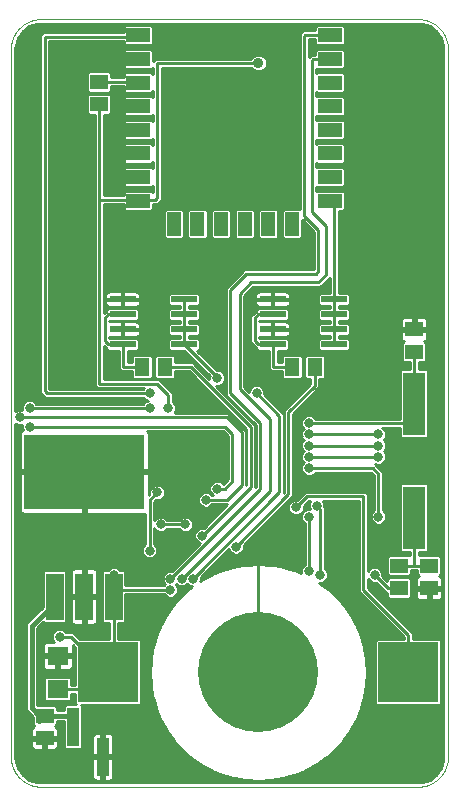
<source format=gtl>
G75*
%MOIN*%
%OFA0B0*%
%FSLAX25Y25*%
%IPPOS*%
%LPD*%
%AMOC8*
5,1,8,0,0,1.08239X$1,22.5*
%
%ADD10C,0.00000*%
%ADD11R,0.05906X0.05118*%
%ADD12R,0.07874X0.04724*%
%ADD13R,0.04724X0.07874*%
%ADD14R,0.08661X0.02362*%
%ADD15R,0.05906X0.15748*%
%ADD16R,0.40000X0.25000*%
%ADD17R,0.07600X0.21000*%
%ADD18R,0.05118X0.05906*%
%ADD19R,0.07087X0.06299*%
%ADD20C,0.40000*%
%ADD21R,0.20000X0.20000*%
%ADD22R,0.04000X0.13000*%
%ADD23C,0.01000*%
%ADD24C,0.03169*%
%ADD25C,0.03562*%
%ADD26C,0.01600*%
D10*
X0003211Y0011500D02*
X0003211Y0247406D01*
X0003214Y0247648D01*
X0003223Y0247889D01*
X0003237Y0248130D01*
X0003258Y0248371D01*
X0003284Y0248611D01*
X0003316Y0248851D01*
X0003354Y0249090D01*
X0003397Y0249327D01*
X0003447Y0249564D01*
X0003502Y0249799D01*
X0003562Y0250033D01*
X0003629Y0250265D01*
X0003700Y0250496D01*
X0003778Y0250725D01*
X0003861Y0250952D01*
X0003949Y0251177D01*
X0004043Y0251400D01*
X0004142Y0251620D01*
X0004247Y0251838D01*
X0004356Y0252053D01*
X0004471Y0252266D01*
X0004591Y0252476D01*
X0004716Y0252682D01*
X0004846Y0252886D01*
X0004981Y0253087D01*
X0005121Y0253284D01*
X0005265Y0253478D01*
X0005414Y0253668D01*
X0005568Y0253854D01*
X0005726Y0254037D01*
X0005888Y0254216D01*
X0006055Y0254391D01*
X0006226Y0254562D01*
X0006401Y0254729D01*
X0006580Y0254891D01*
X0006763Y0255049D01*
X0006949Y0255203D01*
X0007139Y0255352D01*
X0007333Y0255496D01*
X0007530Y0255636D01*
X0007731Y0255771D01*
X0007935Y0255901D01*
X0008141Y0256026D01*
X0008351Y0256146D01*
X0008564Y0256261D01*
X0008779Y0256370D01*
X0008997Y0256475D01*
X0009217Y0256574D01*
X0009440Y0256668D01*
X0009665Y0256756D01*
X0009892Y0256839D01*
X0010121Y0256917D01*
X0010352Y0256988D01*
X0010584Y0257055D01*
X0010818Y0257115D01*
X0011053Y0257170D01*
X0011290Y0257220D01*
X0011527Y0257263D01*
X0011766Y0257301D01*
X0012006Y0257333D01*
X0012246Y0257359D01*
X0012487Y0257380D01*
X0012728Y0257394D01*
X0012969Y0257403D01*
X0013211Y0257406D01*
X0138880Y0257406D01*
X0139122Y0257403D01*
X0139363Y0257394D01*
X0139604Y0257380D01*
X0139845Y0257359D01*
X0140085Y0257333D01*
X0140325Y0257301D01*
X0140564Y0257263D01*
X0140801Y0257220D01*
X0141038Y0257170D01*
X0141273Y0257115D01*
X0141507Y0257055D01*
X0141739Y0256988D01*
X0141970Y0256917D01*
X0142199Y0256839D01*
X0142426Y0256756D01*
X0142651Y0256668D01*
X0142874Y0256574D01*
X0143094Y0256475D01*
X0143312Y0256370D01*
X0143527Y0256261D01*
X0143740Y0256146D01*
X0143950Y0256026D01*
X0144156Y0255901D01*
X0144360Y0255771D01*
X0144561Y0255636D01*
X0144758Y0255496D01*
X0144952Y0255352D01*
X0145142Y0255203D01*
X0145328Y0255049D01*
X0145511Y0254891D01*
X0145690Y0254729D01*
X0145865Y0254562D01*
X0146036Y0254391D01*
X0146203Y0254216D01*
X0146365Y0254037D01*
X0146523Y0253854D01*
X0146677Y0253668D01*
X0146826Y0253478D01*
X0146970Y0253284D01*
X0147110Y0253087D01*
X0147245Y0252886D01*
X0147375Y0252682D01*
X0147500Y0252476D01*
X0147620Y0252266D01*
X0147735Y0252053D01*
X0147844Y0251838D01*
X0147949Y0251620D01*
X0148048Y0251400D01*
X0148142Y0251177D01*
X0148230Y0250952D01*
X0148313Y0250725D01*
X0148391Y0250496D01*
X0148462Y0250265D01*
X0148529Y0250033D01*
X0148589Y0249799D01*
X0148644Y0249564D01*
X0148694Y0249327D01*
X0148737Y0249090D01*
X0148775Y0248851D01*
X0148807Y0248611D01*
X0148833Y0248371D01*
X0148854Y0248130D01*
X0148868Y0247889D01*
X0148877Y0247648D01*
X0148880Y0247406D01*
X0148880Y0011500D01*
X0148877Y0011258D01*
X0148868Y0011017D01*
X0148854Y0010776D01*
X0148833Y0010535D01*
X0148807Y0010295D01*
X0148775Y0010055D01*
X0148737Y0009816D01*
X0148694Y0009579D01*
X0148644Y0009342D01*
X0148589Y0009107D01*
X0148529Y0008873D01*
X0148462Y0008641D01*
X0148391Y0008410D01*
X0148313Y0008181D01*
X0148230Y0007954D01*
X0148142Y0007729D01*
X0148048Y0007506D01*
X0147949Y0007286D01*
X0147844Y0007068D01*
X0147735Y0006853D01*
X0147620Y0006640D01*
X0147500Y0006430D01*
X0147375Y0006224D01*
X0147245Y0006020D01*
X0147110Y0005819D01*
X0146970Y0005622D01*
X0146826Y0005428D01*
X0146677Y0005238D01*
X0146523Y0005052D01*
X0146365Y0004869D01*
X0146203Y0004690D01*
X0146036Y0004515D01*
X0145865Y0004344D01*
X0145690Y0004177D01*
X0145511Y0004015D01*
X0145328Y0003857D01*
X0145142Y0003703D01*
X0144952Y0003554D01*
X0144758Y0003410D01*
X0144561Y0003270D01*
X0144360Y0003135D01*
X0144156Y0003005D01*
X0143950Y0002880D01*
X0143740Y0002760D01*
X0143527Y0002645D01*
X0143312Y0002536D01*
X0143094Y0002431D01*
X0142874Y0002332D01*
X0142651Y0002238D01*
X0142426Y0002150D01*
X0142199Y0002067D01*
X0141970Y0001989D01*
X0141739Y0001918D01*
X0141507Y0001851D01*
X0141273Y0001791D01*
X0141038Y0001736D01*
X0140801Y0001686D01*
X0140564Y0001643D01*
X0140325Y0001605D01*
X0140085Y0001573D01*
X0139845Y0001547D01*
X0139604Y0001526D01*
X0139363Y0001512D01*
X0139122Y0001503D01*
X0138880Y0001500D01*
X0013211Y0001500D01*
X0012969Y0001503D01*
X0012728Y0001512D01*
X0012487Y0001526D01*
X0012246Y0001547D01*
X0012006Y0001573D01*
X0011766Y0001605D01*
X0011527Y0001643D01*
X0011290Y0001686D01*
X0011053Y0001736D01*
X0010818Y0001791D01*
X0010584Y0001851D01*
X0010352Y0001918D01*
X0010121Y0001989D01*
X0009892Y0002067D01*
X0009665Y0002150D01*
X0009440Y0002238D01*
X0009217Y0002332D01*
X0008997Y0002431D01*
X0008779Y0002536D01*
X0008564Y0002645D01*
X0008351Y0002760D01*
X0008141Y0002880D01*
X0007935Y0003005D01*
X0007731Y0003135D01*
X0007530Y0003270D01*
X0007333Y0003410D01*
X0007139Y0003554D01*
X0006949Y0003703D01*
X0006763Y0003857D01*
X0006580Y0004015D01*
X0006401Y0004177D01*
X0006226Y0004344D01*
X0006055Y0004515D01*
X0005888Y0004690D01*
X0005726Y0004869D01*
X0005568Y0005052D01*
X0005414Y0005238D01*
X0005265Y0005428D01*
X0005121Y0005622D01*
X0004981Y0005819D01*
X0004846Y0006020D01*
X0004716Y0006224D01*
X0004591Y0006430D01*
X0004471Y0006640D01*
X0004356Y0006853D01*
X0004247Y0007068D01*
X0004142Y0007286D01*
X0004043Y0007506D01*
X0003949Y0007729D01*
X0003861Y0007954D01*
X0003778Y0008181D01*
X0003700Y0008410D01*
X0003629Y0008641D01*
X0003562Y0008873D01*
X0003502Y0009107D01*
X0003447Y0009342D01*
X0003397Y0009579D01*
X0003354Y0009816D01*
X0003316Y0010055D01*
X0003284Y0010295D01*
X0003258Y0010535D01*
X0003237Y0010776D01*
X0003223Y0011017D01*
X0003214Y0011258D01*
X0003211Y0011500D01*
D11*
X0014461Y0017760D03*
X0014461Y0025240D03*
X0032586Y0229010D03*
X0032586Y0236490D03*
X0132586Y0075240D03*
X0132586Y0067760D03*
X0142586Y0067760D03*
X0142586Y0075240D03*
X0137586Y0146510D03*
X0137586Y0153990D03*
D12*
X0109491Y0196874D03*
X0109491Y0204748D03*
X0109491Y0212622D03*
X0109491Y0220496D03*
X0109491Y0228370D03*
X0109491Y0236244D03*
X0109491Y0244118D03*
X0109491Y0251992D03*
X0045711Y0251992D03*
X0045711Y0244118D03*
X0045711Y0236244D03*
X0045711Y0228370D03*
X0045711Y0220496D03*
X0045711Y0212622D03*
X0045711Y0204748D03*
X0045711Y0196874D03*
D13*
X0057522Y0189000D03*
X0065396Y0189000D03*
X0073270Y0189000D03*
X0081144Y0189000D03*
X0089018Y0189000D03*
X0096892Y0189000D03*
D14*
X0090475Y0164000D03*
X0090475Y0159000D03*
X0090475Y0154000D03*
X0090475Y0149000D03*
X0110947Y0149000D03*
X0110947Y0154000D03*
X0110947Y0159000D03*
X0110947Y0164000D03*
X0060947Y0164000D03*
X0060947Y0159000D03*
X0060947Y0154000D03*
X0060947Y0149000D03*
X0040475Y0149000D03*
X0040475Y0154000D03*
X0040475Y0159000D03*
X0040475Y0164000D03*
D15*
X0037429Y0064925D03*
X0027586Y0064925D03*
X0017744Y0064925D03*
D16*
X0027586Y0106500D03*
D17*
X0137586Y0091250D03*
X0137586Y0129250D03*
D18*
X0104451Y0141500D03*
X0096971Y0141500D03*
X0054451Y0141500D03*
X0046971Y0141500D03*
D19*
X0018836Y0045137D03*
X0018836Y0034113D03*
D20*
X0085711Y0039625D03*
D21*
X0035711Y0039625D03*
X0135711Y0039625D03*
D22*
X0033836Y0011500D03*
X0023836Y0021500D03*
D23*
X0005638Y0007641D02*
X0007201Y0005490D01*
X0009352Y0003926D01*
X0011881Y0003105D01*
X0013211Y0003000D01*
X0138880Y0003000D01*
X0140210Y0003105D01*
X0142739Y0003926D01*
X0144891Y0005490D01*
X0146454Y0007641D01*
X0147276Y0010170D01*
X0147380Y0011500D01*
X0147380Y0247406D01*
X0147276Y0248735D01*
X0146454Y0251264D01*
X0144891Y0253416D01*
X0142739Y0254979D01*
X0140210Y0255801D01*
X0138880Y0255906D01*
X0013211Y0255906D01*
X0011881Y0255801D01*
X0009352Y0254979D01*
X0007201Y0253416D01*
X0005638Y0251264D01*
X0004816Y0248735D01*
X0004711Y0247406D01*
X0004711Y0126655D01*
X0004872Y0126816D01*
X0005822Y0127209D01*
X0006850Y0127209D01*
X0006896Y0127190D01*
X0006877Y0127236D01*
X0006877Y0128264D01*
X0007270Y0129214D01*
X0007997Y0129941D01*
X0008947Y0130334D01*
X0009975Y0130334D01*
X0010925Y0129941D01*
X0011616Y0129250D01*
X0047306Y0129250D01*
X0047997Y0129941D01*
X0048744Y0130250D01*
X0047997Y0130559D01*
X0047306Y0131250D01*
X0014465Y0131250D01*
X0013586Y0132129D01*
X0012961Y0132754D01*
X0012961Y0252121D01*
X0013840Y0253000D01*
X0040774Y0253000D01*
X0040774Y0254769D01*
X0041360Y0255354D01*
X0050062Y0255354D01*
X0050648Y0254769D01*
X0050648Y0249216D01*
X0050062Y0248630D01*
X0041360Y0248630D01*
X0040774Y0249216D01*
X0040774Y0250000D01*
X0015961Y0250000D01*
X0015961Y0134250D01*
X0047306Y0134250D01*
X0047431Y0134375D01*
X0031965Y0134375D01*
X0031086Y0135254D01*
X0031086Y0225451D01*
X0029219Y0225451D01*
X0028633Y0226037D01*
X0028633Y0231983D01*
X0029219Y0232569D01*
X0035953Y0232569D01*
X0036539Y0231983D01*
X0036539Y0226037D01*
X0035953Y0225451D01*
X0034086Y0225451D01*
X0034086Y0198625D01*
X0040774Y0198625D01*
X0040774Y0199650D01*
X0041360Y0200236D01*
X0050062Y0200236D01*
X0050461Y0199837D01*
X0050461Y0201785D01*
X0050062Y0201386D01*
X0041360Y0201386D01*
X0040774Y0201972D01*
X0040774Y0207524D01*
X0041360Y0208110D01*
X0050062Y0208110D01*
X0050461Y0207711D01*
X0050461Y0209659D01*
X0050062Y0209260D01*
X0041360Y0209260D01*
X0040774Y0209846D01*
X0040774Y0215398D01*
X0041360Y0215984D01*
X0050062Y0215984D01*
X0050461Y0215585D01*
X0050461Y0217533D01*
X0050062Y0217134D01*
X0041360Y0217134D01*
X0040774Y0217720D01*
X0040774Y0223272D01*
X0041360Y0223858D01*
X0050062Y0223858D01*
X0050461Y0223459D01*
X0050461Y0225407D01*
X0050062Y0225008D01*
X0041360Y0225008D01*
X0040774Y0225594D01*
X0040774Y0231146D01*
X0041360Y0231732D01*
X0050062Y0231732D01*
X0050461Y0231333D01*
X0050461Y0233281D01*
X0050062Y0232882D01*
X0041360Y0232882D01*
X0040774Y0233468D01*
X0040774Y0234990D01*
X0036539Y0234990D01*
X0036539Y0233517D01*
X0035953Y0232931D01*
X0029219Y0232931D01*
X0028633Y0233517D01*
X0028633Y0239463D01*
X0029219Y0240049D01*
X0035953Y0240049D01*
X0036539Y0239463D01*
X0036539Y0237990D01*
X0040774Y0237990D01*
X0040774Y0239021D01*
X0041360Y0239606D01*
X0050062Y0239606D01*
X0050461Y0239207D01*
X0050461Y0241155D01*
X0050062Y0240756D01*
X0041360Y0240756D01*
X0040774Y0241342D01*
X0040774Y0246895D01*
X0041360Y0247480D01*
X0050062Y0247480D01*
X0050648Y0246895D01*
X0050648Y0243558D01*
X0051340Y0244250D01*
X0083322Y0244250D01*
X0083353Y0244325D01*
X0084136Y0245108D01*
X0085158Y0245531D01*
X0086264Y0245531D01*
X0087286Y0245108D01*
X0088069Y0244325D01*
X0088492Y0243303D01*
X0088492Y0242197D01*
X0088069Y0241175D01*
X0087286Y0240392D01*
X0086264Y0239969D01*
X0085158Y0239969D01*
X0084136Y0240392D01*
X0083353Y0241175D01*
X0083322Y0241250D01*
X0053461Y0241250D01*
X0053461Y0197129D01*
X0052582Y0196250D01*
X0051957Y0195625D01*
X0050648Y0195625D01*
X0050648Y0194098D01*
X0050062Y0193512D01*
X0041360Y0193512D01*
X0040774Y0194098D01*
X0040774Y0195625D01*
X0034086Y0195625D01*
X0034086Y0159496D01*
X0035090Y0160500D01*
X0035144Y0160500D01*
X0035144Y0160595D01*
X0035730Y0161181D01*
X0045220Y0161181D01*
X0045806Y0160595D01*
X0045806Y0157405D01*
X0045220Y0156819D01*
X0035961Y0156819D01*
X0035961Y0156681D01*
X0040384Y0156681D01*
X0040384Y0154091D01*
X0040565Y0154091D01*
X0040565Y0156681D01*
X0045003Y0156681D01*
X0045385Y0156579D01*
X0045727Y0156381D01*
X0046006Y0156102D01*
X0046203Y0155760D01*
X0046306Y0155379D01*
X0046306Y0154091D01*
X0040566Y0154091D01*
X0040566Y0153909D01*
X0046306Y0153909D01*
X0046306Y0152621D01*
X0046203Y0152240D01*
X0046006Y0151898D01*
X0045727Y0151619D01*
X0045385Y0151421D01*
X0045003Y0151319D01*
X0040565Y0151319D01*
X0040565Y0153909D01*
X0040384Y0153909D01*
X0040384Y0151319D01*
X0035961Y0151319D01*
X0035961Y0151181D01*
X0045220Y0151181D01*
X0045806Y0150595D01*
X0045806Y0147405D01*
X0045220Y0146819D01*
X0042211Y0146819D01*
X0042211Y0143000D01*
X0043412Y0143000D01*
X0043412Y0144867D01*
X0043998Y0145453D01*
X0049944Y0145453D01*
X0050530Y0144867D01*
X0050530Y0138133D01*
X0049944Y0137547D01*
X0043998Y0137547D01*
X0043412Y0138133D01*
X0043412Y0140000D01*
X0040090Y0140000D01*
X0039211Y0140879D01*
X0039211Y0146819D01*
X0035730Y0146819D01*
X0035144Y0147405D01*
X0035144Y0147500D01*
X0035090Y0147500D01*
X0034086Y0148504D01*
X0034086Y0137375D01*
X0052582Y0137375D01*
X0056332Y0133625D01*
X0057211Y0132746D01*
X0057211Y0129905D01*
X0057902Y0129214D01*
X0058295Y0128264D01*
X0058295Y0127236D01*
X0057902Y0126286D01*
X0057741Y0126125D01*
X0075707Y0126125D01*
X0076586Y0125246D01*
X0081586Y0120246D01*
X0081586Y0101996D01*
X0081711Y0102121D01*
X0081711Y0120879D01*
X0062590Y0140000D01*
X0058010Y0140000D01*
X0058010Y0138133D01*
X0057425Y0137547D01*
X0051478Y0137547D01*
X0050892Y0138133D01*
X0050892Y0144867D01*
X0051478Y0145453D01*
X0057425Y0145453D01*
X0058010Y0144867D01*
X0058010Y0143000D01*
X0063832Y0143000D01*
X0064711Y0142121D01*
X0069377Y0137456D01*
X0069377Y0138264D01*
X0069431Y0138395D01*
X0061007Y0146819D01*
X0056202Y0146819D01*
X0055617Y0147405D01*
X0055617Y0150595D01*
X0056202Y0151181D01*
X0059447Y0151181D01*
X0059447Y0151819D01*
X0056202Y0151819D01*
X0055617Y0152405D01*
X0055617Y0155595D01*
X0056202Y0156181D01*
X0059447Y0156181D01*
X0059447Y0156819D01*
X0056202Y0156819D01*
X0055617Y0157405D01*
X0055617Y0160595D01*
X0056202Y0161181D01*
X0059447Y0161181D01*
X0059447Y0161819D01*
X0056202Y0161819D01*
X0055617Y0162405D01*
X0055617Y0165595D01*
X0056202Y0166181D01*
X0065692Y0166181D01*
X0066278Y0165595D01*
X0066278Y0162405D01*
X0065692Y0161819D01*
X0062447Y0161819D01*
X0062447Y0161181D01*
X0065692Y0161181D01*
X0066278Y0160595D01*
X0066278Y0157405D01*
X0065692Y0156819D01*
X0062447Y0156819D01*
X0062447Y0156181D01*
X0065692Y0156181D01*
X0066278Y0155595D01*
X0066278Y0152405D01*
X0065692Y0151819D01*
X0062447Y0151819D01*
X0062447Y0151181D01*
X0065692Y0151181D01*
X0066278Y0150595D01*
X0066278Y0147405D01*
X0065692Y0146819D01*
X0065250Y0146819D01*
X0071734Y0140334D01*
X0072475Y0140334D01*
X0073425Y0139941D01*
X0074152Y0139214D01*
X0074545Y0138264D01*
X0074545Y0137236D01*
X0074152Y0136286D01*
X0073425Y0135559D01*
X0072475Y0135166D01*
X0071667Y0135166D01*
X0084711Y0122121D01*
X0084711Y0101371D01*
X0084836Y0101496D01*
X0084836Y0122129D01*
X0075715Y0131250D01*
X0074836Y0132129D01*
X0074836Y0167746D01*
X0080149Y0173059D01*
X0081027Y0173937D01*
X0104152Y0173937D01*
X0104211Y0173996D01*
X0104211Y0186504D01*
X0100402Y0190312D01*
X0100254Y0190460D01*
X0100254Y0184649D01*
X0099669Y0184063D01*
X0094116Y0184063D01*
X0093530Y0184649D01*
X0093530Y0193351D01*
X0094116Y0193937D01*
X0099524Y0193937D01*
X0099524Y0252434D01*
X0100715Y0253625D01*
X0104554Y0253625D01*
X0104554Y0254769D01*
X0105139Y0255354D01*
X0113842Y0255354D01*
X0114428Y0254769D01*
X0114428Y0249216D01*
X0113842Y0248630D01*
X0105139Y0248630D01*
X0104554Y0249216D01*
X0104554Y0250625D01*
X0102524Y0250625D01*
X0102524Y0244809D01*
X0102902Y0245187D01*
X0103215Y0245500D01*
X0104554Y0245500D01*
X0104554Y0246895D01*
X0105139Y0247480D01*
X0113842Y0247480D01*
X0114428Y0246895D01*
X0114428Y0241342D01*
X0113842Y0240756D01*
X0105139Y0240756D01*
X0105024Y0240872D01*
X0105024Y0239490D01*
X0105139Y0239606D01*
X0113842Y0239606D01*
X0114428Y0239021D01*
X0114428Y0233468D01*
X0113842Y0232882D01*
X0105139Y0232882D01*
X0105024Y0232998D01*
X0105024Y0231616D01*
X0105139Y0231732D01*
X0113842Y0231732D01*
X0114428Y0231146D01*
X0114428Y0225594D01*
X0113842Y0225008D01*
X0105139Y0225008D01*
X0105024Y0225124D01*
X0105024Y0223742D01*
X0105139Y0223858D01*
X0113842Y0223858D01*
X0114428Y0223272D01*
X0114428Y0217720D01*
X0113842Y0217134D01*
X0105139Y0217134D01*
X0105024Y0217250D01*
X0105024Y0215868D01*
X0105139Y0215984D01*
X0113842Y0215984D01*
X0114428Y0215398D01*
X0114428Y0209846D01*
X0113842Y0209260D01*
X0105139Y0209260D01*
X0105024Y0209376D01*
X0105024Y0207994D01*
X0105139Y0208110D01*
X0113842Y0208110D01*
X0114428Y0207524D01*
X0114428Y0201972D01*
X0113842Y0201386D01*
X0105139Y0201386D01*
X0105024Y0201502D01*
X0105024Y0200120D01*
X0105139Y0200236D01*
X0113842Y0200236D01*
X0114428Y0199650D01*
X0114428Y0194098D01*
X0113842Y0193512D01*
X0112447Y0193512D01*
X0112447Y0166181D01*
X0115692Y0166181D01*
X0116278Y0165595D01*
X0116278Y0162405D01*
X0115692Y0161819D01*
X0112447Y0161819D01*
X0112447Y0161181D01*
X0115692Y0161181D01*
X0116278Y0160595D01*
X0116278Y0157405D01*
X0115692Y0156819D01*
X0112447Y0156819D01*
X0112447Y0156181D01*
X0115692Y0156181D01*
X0116278Y0155595D01*
X0116278Y0152405D01*
X0115692Y0151819D01*
X0112447Y0151819D01*
X0112447Y0151181D01*
X0115692Y0151181D01*
X0116278Y0150595D01*
X0116278Y0147405D01*
X0115692Y0146819D01*
X0106202Y0146819D01*
X0105617Y0147405D01*
X0105617Y0150595D01*
X0106202Y0151181D01*
X0109447Y0151181D01*
X0109447Y0151819D01*
X0106202Y0151819D01*
X0105617Y0152405D01*
X0105617Y0155595D01*
X0106202Y0156181D01*
X0109447Y0156181D01*
X0109447Y0156819D01*
X0106202Y0156819D01*
X0105617Y0157405D01*
X0105617Y0160595D01*
X0106202Y0161181D01*
X0109447Y0161181D01*
X0109447Y0161819D01*
X0106202Y0161819D01*
X0105617Y0162405D01*
X0105617Y0165595D01*
X0106202Y0166181D01*
X0109447Y0166181D01*
X0109447Y0171240D01*
X0106332Y0168125D01*
X0083832Y0168125D01*
X0080961Y0165254D01*
X0080961Y0134621D01*
X0082502Y0133081D01*
X0082502Y0133264D01*
X0082895Y0134214D01*
X0083622Y0134941D01*
X0084572Y0135334D01*
X0085600Y0135334D01*
X0086550Y0134941D01*
X0087277Y0134214D01*
X0087670Y0133264D01*
X0087670Y0132287D01*
X0094086Y0125871D01*
X0094086Y0099496D01*
X0094211Y0099621D01*
X0094211Y0127121D01*
X0102951Y0135861D01*
X0102951Y0137547D01*
X0101478Y0137547D01*
X0100892Y0138133D01*
X0100892Y0144867D01*
X0101478Y0145453D01*
X0107425Y0145453D01*
X0108010Y0144867D01*
X0108010Y0138133D01*
X0107425Y0137547D01*
X0105951Y0137547D01*
X0105951Y0134619D01*
X0097211Y0125879D01*
X0097211Y0098379D01*
X0096332Y0097500D01*
X0080795Y0081963D01*
X0080795Y0080986D01*
X0080402Y0080036D01*
X0079675Y0079309D01*
X0078725Y0078916D01*
X0077697Y0078916D01*
X0076747Y0079309D01*
X0076020Y0080036D01*
X0075756Y0080674D01*
X0066420Y0071338D01*
X0066420Y0070361D01*
X0066356Y0070206D01*
X0066460Y0070263D01*
X0066679Y0070418D01*
X0066727Y0070410D01*
X0069745Y0072079D01*
X0069763Y0072123D01*
X0070011Y0072226D01*
X0070246Y0072356D01*
X0070293Y0072342D01*
X0073479Y0073662D01*
X0073502Y0073704D01*
X0073760Y0073779D01*
X0074008Y0073881D01*
X0074053Y0073863D01*
X0077367Y0074818D01*
X0077395Y0074857D01*
X0077659Y0074902D01*
X0077917Y0074976D01*
X0077960Y0074953D01*
X0081360Y0075531D01*
X0081392Y0075567D01*
X0081660Y0075582D01*
X0081925Y0075627D01*
X0081964Y0075599D01*
X0085407Y0075792D01*
X0085443Y0075824D01*
X0085711Y0075809D01*
X0085979Y0075824D01*
X0086015Y0075792D01*
X0089458Y0075599D01*
X0089498Y0075627D01*
X0089762Y0075582D01*
X0090031Y0075567D01*
X0090063Y0075531D01*
X0093463Y0074953D01*
X0093505Y0074976D01*
X0093763Y0074902D01*
X0094028Y0074857D01*
X0094056Y0074818D01*
X0097369Y0073863D01*
X0097414Y0073881D01*
X0097662Y0073779D01*
X0097920Y0073704D01*
X0097943Y0073662D01*
X0100028Y0072799D01*
X0100002Y0072861D01*
X0100002Y0073889D01*
X0100395Y0074839D01*
X0101086Y0075530D01*
X0101086Y0089345D01*
X0100395Y0090036D01*
X0100002Y0090986D01*
X0100002Y0092014D01*
X0100395Y0092964D01*
X0101122Y0093691D01*
X0102072Y0094084D01*
X0102772Y0094084D01*
X0102502Y0094736D01*
X0102502Y0095764D01*
X0102895Y0096714D01*
X0103056Y0096875D01*
X0102582Y0096875D01*
X0100795Y0095088D01*
X0100795Y0094111D01*
X0100402Y0093161D01*
X0099675Y0092434D01*
X0098725Y0092041D01*
X0097697Y0092041D01*
X0096747Y0092434D01*
X0096020Y0093161D01*
X0095627Y0094111D01*
X0095627Y0095139D01*
X0096020Y0096089D01*
X0096747Y0096816D01*
X0097697Y0097209D01*
X0098674Y0097209D01*
X0101340Y0099875D01*
X0121332Y0099875D01*
X0122211Y0098996D01*
X0122211Y0073446D01*
X0122270Y0073589D01*
X0122997Y0074316D01*
X0123947Y0074709D01*
X0124975Y0074709D01*
X0125925Y0074316D01*
X0126652Y0073589D01*
X0127045Y0072639D01*
X0127045Y0071662D01*
X0128633Y0070074D01*
X0128633Y0070733D01*
X0129219Y0071319D01*
X0135953Y0071319D01*
X0136539Y0070733D01*
X0136539Y0064787D01*
X0135953Y0064201D01*
X0129219Y0064201D01*
X0128633Y0064787D01*
X0128633Y0066250D01*
X0128215Y0066250D01*
X0127336Y0067129D01*
X0124924Y0069541D01*
X0123947Y0069541D01*
X0122997Y0069934D01*
X0122270Y0070661D01*
X0122211Y0070804D01*
X0122211Y0067746D01*
X0136332Y0053625D01*
X0137211Y0052746D01*
X0137211Y0050625D01*
X0146125Y0050625D01*
X0146711Y0050039D01*
X0146711Y0029211D01*
X0146125Y0028625D01*
X0125297Y0028625D01*
X0124711Y0029211D01*
X0124711Y0050039D01*
X0125297Y0050625D01*
X0134211Y0050625D01*
X0134211Y0051504D01*
X0119211Y0066504D01*
X0119211Y0096875D01*
X0107116Y0096875D01*
X0107277Y0096714D01*
X0107670Y0095764D01*
X0107670Y0094787D01*
X0107836Y0094621D01*
X0107836Y0074280D01*
X0108527Y0073589D01*
X0108920Y0072639D01*
X0108920Y0071611D01*
X0108527Y0070661D01*
X0107800Y0069934D01*
X0106850Y0069541D01*
X0105980Y0069541D01*
X0108023Y0068091D01*
X0108071Y0068094D01*
X0108272Y0067915D01*
X0108491Y0067760D01*
X0108499Y0067712D01*
X0111070Y0065414D01*
X0111118Y0065411D01*
X0111297Y0065211D01*
X0111497Y0065032D01*
X0111500Y0064984D01*
X0113798Y0062413D01*
X0113846Y0062405D01*
X0114001Y0062186D01*
X0114180Y0061985D01*
X0114177Y0061937D01*
X0116173Y0059125D01*
X0116219Y0059111D01*
X0116349Y0058876D01*
X0116505Y0058657D01*
X0116497Y0058610D01*
X0118165Y0055591D01*
X0118209Y0055573D01*
X0118312Y0055325D01*
X0118442Y0055090D01*
X0118429Y0055043D01*
X0119748Y0051857D01*
X0119791Y0051834D01*
X0119865Y0051576D01*
X0119968Y0051328D01*
X0119949Y0051283D01*
X0120904Y0047969D01*
X0120943Y0047941D01*
X0120988Y0047677D01*
X0121062Y0047419D01*
X0121039Y0047376D01*
X0121617Y0043977D01*
X0121653Y0043944D01*
X0121668Y0043676D01*
X0121713Y0043412D01*
X0121685Y0043372D01*
X0121878Y0039929D01*
X0121910Y0039893D01*
X0121895Y0039625D01*
X0121910Y0039357D01*
X0121878Y0039321D01*
X0121685Y0035878D01*
X0121713Y0035838D01*
X0121668Y0035574D01*
X0121653Y0035306D01*
X0121617Y0035273D01*
X0121039Y0031874D01*
X0121062Y0031831D01*
X0120988Y0031573D01*
X0120943Y0031309D01*
X0120904Y0031281D01*
X0119949Y0027967D01*
X0119968Y0027922D01*
X0119865Y0027674D01*
X0119791Y0027416D01*
X0119748Y0027393D01*
X0118429Y0024207D01*
X0118442Y0024160D01*
X0118312Y0023925D01*
X0118209Y0023677D01*
X0118165Y0023659D01*
X0116497Y0020640D01*
X0116505Y0020593D01*
X0116349Y0020374D01*
X0116219Y0020139D01*
X0116173Y0020125D01*
X0114177Y0017313D01*
X0114180Y0017265D01*
X0114001Y0017064D01*
X0113846Y0016845D01*
X0113798Y0016837D01*
X0111500Y0014266D01*
X0111497Y0014218D01*
X0111297Y0014039D01*
X0111118Y0013839D01*
X0111070Y0013836D01*
X0108499Y0011538D01*
X0108491Y0011490D01*
X0108272Y0011335D01*
X0108071Y0011156D01*
X0108023Y0011159D01*
X0105211Y0009163D01*
X0105197Y0009117D01*
X0104962Y0008987D01*
X0104743Y0008832D01*
X0104696Y0008840D01*
X0101677Y0007171D01*
X0101659Y0007127D01*
X0101411Y0007024D01*
X0101176Y0006894D01*
X0101130Y0006908D01*
X0097943Y0005588D01*
X0097920Y0005546D01*
X0097662Y0005471D01*
X0097414Y0005369D01*
X0097369Y0005387D01*
X0094056Y0004432D01*
X0094028Y0004393D01*
X0093763Y0004348D01*
X0093505Y0004274D01*
X0093463Y0004297D01*
X0090063Y0003719D01*
X0090031Y0003683D01*
X0089762Y0003668D01*
X0089498Y0003623D01*
X0089458Y0003651D01*
X0086015Y0003458D01*
X0085979Y0003426D01*
X0085711Y0003441D01*
X0085443Y0003426D01*
X0085407Y0003458D01*
X0081964Y0003651D01*
X0081925Y0003623D01*
X0081660Y0003668D01*
X0081392Y0003683D01*
X0081360Y0003719D01*
X0077960Y0004297D01*
X0077917Y0004274D01*
X0077659Y0004348D01*
X0077395Y0004393D01*
X0077367Y0004432D01*
X0074053Y0005387D01*
X0074008Y0005369D01*
X0073760Y0005471D01*
X0073502Y0005546D01*
X0073479Y0005588D01*
X0070293Y0006908D01*
X0070246Y0006894D01*
X0070011Y0007024D01*
X0069763Y0007127D01*
X0069745Y0007171D01*
X0066727Y0008840D01*
X0066679Y0008832D01*
X0066460Y0008987D01*
X0066225Y0009117D01*
X0066212Y0009163D01*
X0063399Y0011159D01*
X0063351Y0011156D01*
X0063151Y0011335D01*
X0062932Y0011490D01*
X0062924Y0011538D01*
X0060352Y0013836D01*
X0060304Y0013839D01*
X0060125Y0014039D01*
X0059925Y0014218D01*
X0059922Y0014266D01*
X0057624Y0016837D01*
X0057577Y0016845D01*
X0057421Y0017064D01*
X0057242Y0017265D01*
X0057245Y0017313D01*
X0055249Y0020125D01*
X0055203Y0020139D01*
X0055073Y0020374D01*
X0054918Y0020593D01*
X0054926Y0020640D01*
X0053258Y0023659D01*
X0053213Y0023677D01*
X0053110Y0023925D01*
X0052980Y0024160D01*
X0052994Y0024207D01*
X0051674Y0027393D01*
X0051632Y0027416D01*
X0051557Y0027674D01*
X0051455Y0027922D01*
X0051473Y0027967D01*
X0050518Y0031281D01*
X0050479Y0031309D01*
X0050434Y0031573D01*
X0050360Y0031831D01*
X0050383Y0031874D01*
X0049805Y0035273D01*
X0049769Y0035306D01*
X0049754Y0035574D01*
X0049709Y0035838D01*
X0049737Y0035878D01*
X0049544Y0039321D01*
X0049512Y0039357D01*
X0049527Y0039625D01*
X0049512Y0039893D01*
X0049544Y0039929D01*
X0049737Y0043372D01*
X0049709Y0043412D01*
X0049754Y0043676D01*
X0049769Y0043944D01*
X0049805Y0043977D01*
X0050383Y0047376D01*
X0050360Y0047419D01*
X0050434Y0047677D01*
X0050479Y0047941D01*
X0050518Y0047969D01*
X0051473Y0051283D01*
X0051455Y0051328D01*
X0051557Y0051576D01*
X0051632Y0051834D01*
X0051674Y0051857D01*
X0052994Y0055043D01*
X0052980Y0055090D01*
X0053110Y0055325D01*
X0053213Y0055573D01*
X0053258Y0055591D01*
X0054926Y0058610D01*
X0054918Y0058657D01*
X0055073Y0058876D01*
X0055203Y0059111D01*
X0055249Y0059125D01*
X0057245Y0061937D01*
X0057242Y0061985D01*
X0057421Y0062186D01*
X0057577Y0062405D01*
X0057624Y0062413D01*
X0059922Y0064984D01*
X0059925Y0065032D01*
X0060125Y0065211D01*
X0060304Y0065411D01*
X0060352Y0065414D01*
X0062924Y0067712D01*
X0062932Y0067760D01*
X0063151Y0067915D01*
X0063351Y0068094D01*
X0063399Y0068091D01*
X0063680Y0068291D01*
X0063322Y0068291D01*
X0062372Y0068684D01*
X0061961Y0069095D01*
X0061550Y0068684D01*
X0060600Y0068291D01*
X0059572Y0068291D01*
X0058622Y0068684D01*
X0058211Y0069095D01*
X0058116Y0069000D01*
X0058527Y0068589D01*
X0058920Y0067639D01*
X0058920Y0066611D01*
X0058527Y0065661D01*
X0057800Y0064934D01*
X0056850Y0064541D01*
X0055822Y0064541D01*
X0054872Y0064934D01*
X0054181Y0065625D01*
X0041381Y0065625D01*
X0041381Y0056637D01*
X0040796Y0056051D01*
X0038929Y0056051D01*
X0038929Y0050625D01*
X0046125Y0050625D01*
X0046711Y0050039D01*
X0046711Y0029211D01*
X0046125Y0028625D01*
X0026625Y0028625D01*
X0026836Y0028414D01*
X0026836Y0014586D01*
X0026250Y0014000D01*
X0021422Y0014000D01*
X0020836Y0014586D01*
X0020836Y0023440D01*
X0018414Y0023440D01*
X0018414Y0022267D01*
X0017891Y0021744D01*
X0017993Y0021717D01*
X0018335Y0021519D01*
X0018614Y0021240D01*
X0018812Y0020898D01*
X0018914Y0020516D01*
X0018914Y0018260D01*
X0014961Y0018260D01*
X0014961Y0017260D01*
X0018914Y0017260D01*
X0018914Y0015003D01*
X0018812Y0014622D01*
X0018614Y0014280D01*
X0018335Y0014000D01*
X0017993Y0013803D01*
X0017611Y0013701D01*
X0014961Y0013701D01*
X0014961Y0017260D01*
X0013961Y0017260D01*
X0010008Y0017260D01*
X0010008Y0015003D01*
X0010111Y0014622D01*
X0010308Y0014280D01*
X0010587Y0014000D01*
X0010929Y0013803D01*
X0011311Y0013701D01*
X0013961Y0013701D01*
X0013961Y0017260D01*
X0013961Y0018260D01*
X0010008Y0018260D01*
X0010008Y0020516D01*
X0010111Y0020898D01*
X0010308Y0021240D01*
X0010587Y0021519D01*
X0010929Y0021717D01*
X0011031Y0021744D01*
X0010508Y0022267D01*
X0010508Y0024782D01*
X0008286Y0027004D01*
X0008286Y0055996D01*
X0013791Y0061500D01*
X0013791Y0073213D01*
X0014377Y0073799D01*
X0021111Y0073799D01*
X0021696Y0073213D01*
X0021696Y0056637D01*
X0021111Y0056051D01*
X0014377Y0056051D01*
X0013905Y0056523D01*
X0011886Y0054504D01*
X0011886Y0028799D01*
X0017828Y0028799D01*
X0018414Y0028213D01*
X0018414Y0027040D01*
X0020836Y0027040D01*
X0020836Y0028414D01*
X0021422Y0029000D01*
X0024922Y0029000D01*
X0024711Y0029211D01*
X0024711Y0032500D01*
X0023379Y0032500D01*
X0023379Y0030549D01*
X0022794Y0029964D01*
X0014879Y0029964D01*
X0014293Y0030549D01*
X0014293Y0037677D01*
X0014879Y0038263D01*
X0022794Y0038263D01*
X0023379Y0037677D01*
X0023379Y0035500D01*
X0024711Y0035500D01*
X0024711Y0047879D01*
X0023797Y0048793D01*
X0023879Y0048484D01*
X0023879Y0045637D01*
X0019336Y0045637D01*
X0019336Y0044637D01*
X0023879Y0044637D01*
X0023879Y0041790D01*
X0023777Y0041408D01*
X0023580Y0041066D01*
X0023300Y0040787D01*
X0022958Y0040589D01*
X0022577Y0040487D01*
X0019336Y0040487D01*
X0019336Y0044637D01*
X0018336Y0044637D01*
X0013793Y0044637D01*
X0013793Y0041790D01*
X0013895Y0041408D01*
X0014093Y0041066D01*
X0014372Y0040787D01*
X0014714Y0040589D01*
X0015095Y0040487D01*
X0018336Y0040487D01*
X0018336Y0044637D01*
X0018336Y0045637D01*
X0013793Y0045637D01*
X0013793Y0048484D01*
X0013895Y0048865D01*
X0014093Y0049207D01*
X0014372Y0049487D01*
X0014714Y0049684D01*
X0015095Y0049786D01*
X0017520Y0049786D01*
X0017270Y0050036D01*
X0016877Y0050986D01*
X0016877Y0052014D01*
X0017270Y0052964D01*
X0017997Y0053691D01*
X0018947Y0054084D01*
X0019975Y0054084D01*
X0020925Y0053691D01*
X0021616Y0053000D01*
X0023832Y0053000D01*
X0026207Y0050625D01*
X0035929Y0050625D01*
X0035929Y0056051D01*
X0034062Y0056051D01*
X0033476Y0056637D01*
X0033476Y0073213D01*
X0034062Y0073799D01*
X0035606Y0073799D01*
X0036122Y0074316D01*
X0037072Y0074709D01*
X0038100Y0074709D01*
X0039050Y0074316D01*
X0039567Y0073799D01*
X0040796Y0073799D01*
X0041381Y0073213D01*
X0041381Y0068625D01*
X0054181Y0068625D01*
X0054556Y0069000D01*
X0054145Y0069411D01*
X0053752Y0070361D01*
X0053752Y0071389D01*
X0054145Y0072339D01*
X0054872Y0073066D01*
X0055822Y0073459D01*
X0056799Y0073459D01*
X0066135Y0082795D01*
X0065497Y0083059D01*
X0064770Y0083786D01*
X0064377Y0084736D01*
X0064377Y0085764D01*
X0064770Y0086714D01*
X0065497Y0087441D01*
X0066447Y0087834D01*
X0067424Y0087834D01*
X0075215Y0095625D01*
X0070366Y0095625D01*
X0069675Y0094934D01*
X0068725Y0094541D01*
X0067697Y0094541D01*
X0066747Y0094934D01*
X0066020Y0095661D01*
X0065627Y0096611D01*
X0065627Y0097639D01*
X0066020Y0098589D01*
X0066747Y0099316D01*
X0067697Y0099709D01*
X0068725Y0099709D01*
X0069675Y0099316D01*
X0070366Y0098625D01*
X0070640Y0098625D01*
X0070497Y0098684D01*
X0069770Y0099411D01*
X0069377Y0100361D01*
X0069377Y0101389D01*
X0069770Y0102339D01*
X0070497Y0103066D01*
X0071447Y0103459D01*
X0072475Y0103459D01*
X0073425Y0103066D01*
X0073978Y0102513D01*
X0075461Y0103996D01*
X0075461Y0118379D01*
X0073840Y0120000D01*
X0048707Y0120000D01*
X0048786Y0119921D01*
X0048984Y0119579D01*
X0049086Y0119197D01*
X0049086Y0107000D01*
X0028086Y0107000D01*
X0028086Y0106000D01*
X0028086Y0092500D01*
X0047784Y0092500D01*
X0047961Y0092548D01*
X0047961Y0082405D01*
X0047270Y0081714D01*
X0046877Y0080764D01*
X0046877Y0079736D01*
X0047270Y0078786D01*
X0047997Y0078059D01*
X0048947Y0077666D01*
X0049975Y0077666D01*
X0050925Y0078059D01*
X0051652Y0078786D01*
X0052045Y0079736D01*
X0052045Y0080764D01*
X0051652Y0081714D01*
X0050961Y0082405D01*
X0050961Y0087679D01*
X0051020Y0087536D01*
X0051747Y0086809D01*
X0052697Y0086416D01*
X0053725Y0086416D01*
X0054675Y0086809D01*
X0055366Y0087500D01*
X0059181Y0087500D01*
X0059872Y0086809D01*
X0060822Y0086416D01*
X0061850Y0086416D01*
X0062800Y0086809D01*
X0063527Y0087536D01*
X0063920Y0088486D01*
X0063920Y0089514D01*
X0063527Y0090464D01*
X0062800Y0091191D01*
X0061850Y0091584D01*
X0060822Y0091584D01*
X0059872Y0091191D01*
X0059181Y0090500D01*
X0055366Y0090500D01*
X0054675Y0091191D01*
X0053725Y0091584D01*
X0052697Y0091584D01*
X0051747Y0091191D01*
X0051020Y0090464D01*
X0050961Y0090321D01*
X0050961Y0096504D01*
X0051498Y0097041D01*
X0052475Y0097041D01*
X0053425Y0097434D01*
X0054152Y0098161D01*
X0054545Y0099111D01*
X0054545Y0100139D01*
X0054152Y0101089D01*
X0053425Y0101816D01*
X0052475Y0102209D01*
X0051447Y0102209D01*
X0050497Y0101816D01*
X0049770Y0101089D01*
X0049377Y0100139D01*
X0049377Y0099162D01*
X0049086Y0098871D01*
X0049086Y0106000D01*
X0028086Y0106000D01*
X0027086Y0106000D01*
X0006086Y0106000D01*
X0006086Y0093803D01*
X0006188Y0093421D01*
X0006386Y0093079D01*
X0006665Y0092800D01*
X0007007Y0092602D01*
X0007389Y0092500D01*
X0027086Y0092500D01*
X0027086Y0106000D01*
X0027086Y0107000D01*
X0006086Y0107000D01*
X0006086Y0119197D01*
X0006188Y0119579D01*
X0006386Y0119921D01*
X0006665Y0120200D01*
X0007007Y0120398D01*
X0007109Y0120425D01*
X0006877Y0120986D01*
X0006877Y0122014D01*
X0006896Y0122060D01*
X0006850Y0122041D01*
X0005822Y0122041D01*
X0004872Y0122434D01*
X0004711Y0122595D01*
X0004711Y0011500D01*
X0004816Y0010170D01*
X0005638Y0007641D01*
X0005747Y0007491D02*
X0030336Y0007491D01*
X0030336Y0006493D02*
X0006472Y0006493D01*
X0007197Y0005494D02*
X0030336Y0005494D01*
X0030336Y0004803D02*
X0030438Y0004421D01*
X0030636Y0004079D01*
X0030915Y0003800D01*
X0031257Y0003602D01*
X0031639Y0003500D01*
X0033336Y0003500D01*
X0033336Y0011000D01*
X0030336Y0011000D01*
X0030336Y0004803D01*
X0030418Y0004496D02*
X0008569Y0004496D01*
X0010674Y0003497D02*
X0084709Y0003497D01*
X0086713Y0003497D02*
X0141418Y0003497D01*
X0143523Y0004496D02*
X0094275Y0004496D01*
X0097741Y0005494D02*
X0144894Y0005494D01*
X0145620Y0006493D02*
X0100128Y0006493D01*
X0102256Y0007491D02*
X0146345Y0007491D01*
X0146730Y0008490D02*
X0104062Y0008490D01*
X0105669Y0009488D02*
X0147054Y0009488D01*
X0147301Y0010487D02*
X0107076Y0010487D01*
X0108483Y0011485D02*
X0147379Y0011485D01*
X0147380Y0012484D02*
X0109557Y0012484D01*
X0110674Y0013482D02*
X0147380Y0013482D01*
X0147380Y0014481D02*
X0111692Y0014481D01*
X0112584Y0015479D02*
X0147380Y0015479D01*
X0147380Y0016478D02*
X0113477Y0016478D01*
X0114293Y0017476D02*
X0147380Y0017476D01*
X0147380Y0018475D02*
X0115002Y0018475D01*
X0115710Y0019473D02*
X0147380Y0019473D01*
X0147380Y0020472D02*
X0116419Y0020472D01*
X0116955Y0021470D02*
X0147380Y0021470D01*
X0147380Y0022469D02*
X0117507Y0022469D01*
X0118059Y0023467D02*
X0147380Y0023467D01*
X0147380Y0024466D02*
X0118536Y0024466D01*
X0118949Y0025464D02*
X0147380Y0025464D01*
X0147380Y0026463D02*
X0119363Y0026463D01*
X0119804Y0027461D02*
X0147380Y0027461D01*
X0147380Y0028460D02*
X0120091Y0028460D01*
X0120379Y0029458D02*
X0124711Y0029458D01*
X0124711Y0030457D02*
X0120667Y0030457D01*
X0120968Y0031455D02*
X0124711Y0031455D01*
X0124711Y0032454D02*
X0121138Y0032454D01*
X0121307Y0033452D02*
X0124711Y0033452D01*
X0124711Y0034451D02*
X0121477Y0034451D01*
X0121661Y0035449D02*
X0124711Y0035449D01*
X0124711Y0036448D02*
X0121717Y0036448D01*
X0121773Y0037446D02*
X0124711Y0037446D01*
X0124711Y0038445D02*
X0121829Y0038445D01*
X0121906Y0039443D02*
X0124711Y0039443D01*
X0124711Y0040442D02*
X0121849Y0040442D01*
X0121793Y0041440D02*
X0124711Y0041440D01*
X0124711Y0042439D02*
X0121737Y0042439D01*
X0121708Y0043437D02*
X0124711Y0043437D01*
X0124711Y0044436D02*
X0121539Y0044436D01*
X0121369Y0045434D02*
X0124711Y0045434D01*
X0124711Y0046433D02*
X0121199Y0046433D01*
X0121059Y0047432D02*
X0124711Y0047432D01*
X0124711Y0048430D02*
X0120771Y0048430D01*
X0120483Y0049429D02*
X0124711Y0049429D01*
X0125099Y0050427D02*
X0120196Y0050427D01*
X0119927Y0051426D02*
X0134211Y0051426D01*
X0133291Y0052424D02*
X0119514Y0052424D01*
X0119100Y0053423D02*
X0132292Y0053423D01*
X0131294Y0054421D02*
X0118686Y0054421D01*
X0118273Y0055420D02*
X0130295Y0055420D01*
X0129297Y0056418D02*
X0117708Y0056418D01*
X0117156Y0057417D02*
X0128298Y0057417D01*
X0127300Y0058415D02*
X0116604Y0058415D01*
X0115968Y0059414D02*
X0126301Y0059414D01*
X0125303Y0060412D02*
X0115259Y0060412D01*
X0114551Y0061411D02*
X0124304Y0061411D01*
X0123306Y0062409D02*
X0113818Y0062409D01*
X0112909Y0063408D02*
X0122307Y0063408D01*
X0121309Y0064406D02*
X0112017Y0064406D01*
X0111124Y0065405D02*
X0120310Y0065405D01*
X0119312Y0066403D02*
X0109963Y0066403D01*
X0108846Y0067402D02*
X0119211Y0067402D01*
X0119211Y0068400D02*
X0107588Y0068400D01*
X0106180Y0069399D02*
X0119211Y0069399D01*
X0119211Y0070397D02*
X0108263Y0070397D01*
X0108831Y0071396D02*
X0119211Y0071396D01*
X0119211Y0072394D02*
X0108920Y0072394D01*
X0108608Y0073393D02*
X0119211Y0073393D01*
X0119211Y0074391D02*
X0107836Y0074391D01*
X0107836Y0075390D02*
X0119211Y0075390D01*
X0119211Y0076388D02*
X0107836Y0076388D01*
X0107836Y0077387D02*
X0119211Y0077387D01*
X0119211Y0078385D02*
X0107836Y0078385D01*
X0107836Y0079384D02*
X0119211Y0079384D01*
X0119211Y0080382D02*
X0107836Y0080382D01*
X0107836Y0081381D02*
X0119211Y0081381D01*
X0119211Y0082379D02*
X0107836Y0082379D01*
X0107836Y0083378D02*
X0119211Y0083378D01*
X0119211Y0084376D02*
X0107836Y0084376D01*
X0107836Y0085375D02*
X0119211Y0085375D01*
X0119211Y0086373D02*
X0107836Y0086373D01*
X0107836Y0087372D02*
X0119211Y0087372D01*
X0119211Y0088370D02*
X0107836Y0088370D01*
X0107836Y0089369D02*
X0119211Y0089369D01*
X0119211Y0090368D02*
X0107836Y0090368D01*
X0107836Y0091366D02*
X0119211Y0091366D01*
X0119211Y0092365D02*
X0107836Y0092365D01*
X0107836Y0093363D02*
X0119211Y0093363D01*
X0119211Y0094362D02*
X0107836Y0094362D01*
X0107670Y0095360D02*
X0119211Y0095360D01*
X0119211Y0096359D02*
X0107424Y0096359D01*
X0105086Y0095250D02*
X0106336Y0094000D01*
X0106336Y0072125D01*
X0102586Y0073375D02*
X0102586Y0091500D01*
X0100795Y0093363D02*
X0100486Y0093363D01*
X0100795Y0094362D02*
X0102657Y0094362D01*
X0102502Y0095360D02*
X0101068Y0095360D01*
X0102066Y0096359D02*
X0102748Y0096359D01*
X0101961Y0098375D02*
X0098211Y0094625D01*
X0096290Y0096359D02*
X0095191Y0096359D01*
X0095718Y0095360D02*
X0094193Y0095360D01*
X0093194Y0094362D02*
X0095627Y0094362D01*
X0095937Y0093363D02*
X0092195Y0093363D01*
X0091197Y0092365D02*
X0096915Y0092365D01*
X0099507Y0092365D02*
X0100147Y0092365D01*
X0100002Y0091366D02*
X0090198Y0091366D01*
X0089200Y0090368D02*
X0100258Y0090368D01*
X0101062Y0089369D02*
X0088201Y0089369D01*
X0087203Y0088370D02*
X0101086Y0088370D01*
X0101086Y0087372D02*
X0086204Y0087372D01*
X0085206Y0086373D02*
X0101086Y0086373D01*
X0101086Y0085375D02*
X0084207Y0085375D01*
X0083209Y0084376D02*
X0101086Y0084376D01*
X0101086Y0083378D02*
X0082210Y0083378D01*
X0081212Y0082379D02*
X0101086Y0082379D01*
X0101086Y0081381D02*
X0080795Y0081381D01*
X0080545Y0080382D02*
X0101086Y0080382D01*
X0101086Y0079384D02*
X0079750Y0079384D01*
X0078211Y0081500D02*
X0095711Y0099000D01*
X0095711Y0126500D01*
X0104451Y0135240D01*
X0104451Y0141500D01*
X0104461Y0141490D01*
X0105951Y0137298D02*
X0132786Y0137298D01*
X0132786Y0138296D02*
X0108010Y0138296D01*
X0108010Y0139295D02*
X0132786Y0139295D01*
X0132786Y0140164D02*
X0132786Y0124250D01*
X0104741Y0124250D01*
X0104050Y0124941D01*
X0103100Y0125334D01*
X0102072Y0125334D01*
X0101122Y0124941D01*
X0100395Y0124214D01*
X0100002Y0123264D01*
X0100002Y0122236D01*
X0100395Y0121286D01*
X0100806Y0120875D01*
X0100395Y0120464D01*
X0100002Y0119514D01*
X0100002Y0118486D01*
X0100395Y0117536D01*
X0100806Y0117125D01*
X0100395Y0116714D01*
X0100002Y0115764D01*
X0100002Y0114736D01*
X0100395Y0113786D01*
X0100806Y0113375D01*
X0100395Y0112964D01*
X0100002Y0112014D01*
X0100002Y0110986D01*
X0100395Y0110036D01*
X0100806Y0109625D01*
X0100395Y0109214D01*
X0100002Y0108264D01*
X0100002Y0107236D01*
X0100395Y0106286D01*
X0101122Y0105559D01*
X0102072Y0105166D01*
X0103100Y0105166D01*
X0104050Y0105559D01*
X0104741Y0106250D01*
X0123215Y0106250D01*
X0124211Y0105254D01*
X0124211Y0093655D01*
X0123520Y0092964D01*
X0123127Y0092014D01*
X0123127Y0090986D01*
X0123520Y0090036D01*
X0124247Y0089309D01*
X0125197Y0088916D01*
X0126225Y0088916D01*
X0127175Y0089309D01*
X0127902Y0090036D01*
X0128295Y0090986D01*
X0128295Y0092014D01*
X0127902Y0092964D01*
X0127211Y0093655D01*
X0127211Y0106496D01*
X0126332Y0107375D01*
X0124505Y0109202D01*
X0125197Y0108916D01*
X0126225Y0108916D01*
X0127175Y0109309D01*
X0127902Y0110036D01*
X0128295Y0110986D01*
X0128295Y0112014D01*
X0127902Y0112964D01*
X0127491Y0113375D01*
X0127902Y0113786D01*
X0128295Y0114736D01*
X0128295Y0115764D01*
X0127902Y0116714D01*
X0127491Y0117125D01*
X0127902Y0117536D01*
X0128295Y0118486D01*
X0128295Y0119514D01*
X0127902Y0120464D01*
X0127175Y0121191D01*
X0127032Y0121250D01*
X0132786Y0121250D01*
X0132786Y0118336D01*
X0133372Y0117750D01*
X0141800Y0117750D01*
X0142386Y0118336D01*
X0142386Y0140164D01*
X0141800Y0140750D01*
X0139086Y0140750D01*
X0139086Y0142951D01*
X0140953Y0142951D01*
X0141539Y0143537D01*
X0141539Y0149483D01*
X0141016Y0150006D01*
X0141118Y0150033D01*
X0141460Y0150231D01*
X0141739Y0150510D01*
X0141937Y0150852D01*
X0142039Y0151234D01*
X0142039Y0153490D01*
X0138086Y0153490D01*
X0138086Y0154490D01*
X0137086Y0154490D01*
X0137086Y0153490D01*
X0133133Y0153490D01*
X0133133Y0151234D01*
X0133236Y0150852D01*
X0133433Y0150510D01*
X0133712Y0150231D01*
X0134054Y0150033D01*
X0134156Y0150006D01*
X0133633Y0149483D01*
X0133633Y0143537D01*
X0134219Y0142951D01*
X0136086Y0142951D01*
X0136086Y0140750D01*
X0133372Y0140750D01*
X0132786Y0140164D01*
X0132915Y0140293D02*
X0108010Y0140293D01*
X0108010Y0141292D02*
X0136086Y0141292D01*
X0136086Y0142290D02*
X0108010Y0142290D01*
X0108010Y0143289D02*
X0133881Y0143289D01*
X0133633Y0144287D02*
X0108010Y0144287D01*
X0107592Y0145286D02*
X0133633Y0145286D01*
X0133633Y0146284D02*
X0092211Y0146284D01*
X0092211Y0146819D02*
X0095220Y0146819D01*
X0095806Y0147405D01*
X0095806Y0150595D01*
X0095220Y0151181D01*
X0085961Y0151181D01*
X0085961Y0151319D01*
X0090384Y0151319D01*
X0090384Y0153909D01*
X0090565Y0153909D01*
X0090565Y0151319D01*
X0095003Y0151319D01*
X0095385Y0151421D01*
X0095727Y0151619D01*
X0096006Y0151898D01*
X0096203Y0152240D01*
X0096306Y0152621D01*
X0096306Y0153909D01*
X0090566Y0153909D01*
X0090566Y0154091D01*
X0096306Y0154091D01*
X0096306Y0155379D01*
X0096203Y0155760D01*
X0096006Y0156102D01*
X0095727Y0156381D01*
X0095385Y0156579D01*
X0095003Y0156681D01*
X0090565Y0156681D01*
X0090565Y0154091D01*
X0090384Y0154091D01*
X0090384Y0156681D01*
X0085961Y0156681D01*
X0085961Y0156819D01*
X0095220Y0156819D01*
X0095806Y0157405D01*
X0095806Y0160595D01*
X0095220Y0161181D01*
X0085730Y0161181D01*
X0085144Y0160595D01*
X0085144Y0160500D01*
X0085090Y0160500D01*
X0083840Y0159250D01*
X0082961Y0158371D01*
X0082961Y0149629D01*
X0083840Y0148750D01*
X0085090Y0147500D01*
X0085144Y0147500D01*
X0085144Y0147405D01*
X0085730Y0146819D01*
X0089211Y0146819D01*
X0089211Y0140879D01*
X0090090Y0140000D01*
X0093412Y0140000D01*
X0093412Y0138133D01*
X0093998Y0137547D01*
X0099944Y0137547D01*
X0100530Y0138133D01*
X0100530Y0144867D01*
X0099944Y0145453D01*
X0093998Y0145453D01*
X0093412Y0144867D01*
X0093412Y0143000D01*
X0092211Y0143000D01*
X0092211Y0146819D01*
X0092211Y0145286D02*
X0093831Y0145286D01*
X0093412Y0144287D02*
X0092211Y0144287D01*
X0092211Y0143289D02*
X0093412Y0143289D01*
X0093412Y0139295D02*
X0080961Y0139295D01*
X0080961Y0140293D02*
X0089797Y0140293D01*
X0089211Y0141292D02*
X0080961Y0141292D01*
X0080961Y0142290D02*
X0089211Y0142290D01*
X0089211Y0143289D02*
X0080961Y0143289D01*
X0080961Y0144287D02*
X0089211Y0144287D01*
X0089211Y0145286D02*
X0080961Y0145286D01*
X0080961Y0146284D02*
X0089211Y0146284D01*
X0090711Y0148764D02*
X0090711Y0141500D01*
X0096971Y0141500D01*
X0100530Y0141292D02*
X0100892Y0141292D01*
X0100892Y0142290D02*
X0100530Y0142290D01*
X0100530Y0143289D02*
X0100892Y0143289D01*
X0100892Y0144287D02*
X0100530Y0144287D01*
X0100111Y0145286D02*
X0101311Y0145286D01*
X0100892Y0140293D02*
X0100530Y0140293D01*
X0100530Y0139295D02*
X0100892Y0139295D01*
X0100892Y0138296D02*
X0100530Y0138296D01*
X0101392Y0134302D02*
X0087189Y0134302D01*
X0087654Y0133303D02*
X0100393Y0133303D01*
X0099395Y0132305D02*
X0087670Y0132305D01*
X0088651Y0131306D02*
X0098396Y0131306D01*
X0097398Y0130308D02*
X0089649Y0130308D01*
X0090648Y0129309D02*
X0096399Y0129309D01*
X0095401Y0128311D02*
X0091647Y0128311D01*
X0092645Y0127312D02*
X0094402Y0127312D01*
X0094211Y0126314D02*
X0093644Y0126314D01*
X0094086Y0125315D02*
X0094211Y0125315D01*
X0094211Y0124317D02*
X0094086Y0124317D01*
X0094086Y0123318D02*
X0094211Y0123318D01*
X0094211Y0122320D02*
X0094086Y0122320D01*
X0094086Y0121321D02*
X0094211Y0121321D01*
X0094211Y0120323D02*
X0094086Y0120323D01*
X0094086Y0119324D02*
X0094211Y0119324D01*
X0094211Y0118326D02*
X0094086Y0118326D01*
X0094086Y0117327D02*
X0094211Y0117327D01*
X0094211Y0116329D02*
X0094086Y0116329D01*
X0094086Y0115330D02*
X0094211Y0115330D01*
X0094211Y0114332D02*
X0094086Y0114332D01*
X0094086Y0113333D02*
X0094211Y0113333D01*
X0094211Y0112335D02*
X0094086Y0112335D01*
X0094086Y0111336D02*
X0094211Y0111336D01*
X0094211Y0110338D02*
X0094086Y0110338D01*
X0094086Y0109339D02*
X0094211Y0109339D01*
X0094211Y0108341D02*
X0094086Y0108341D01*
X0094086Y0107342D02*
X0094211Y0107342D01*
X0094211Y0106344D02*
X0094086Y0106344D01*
X0094086Y0105345D02*
X0094211Y0105345D01*
X0094211Y0104347D02*
X0094086Y0104347D01*
X0094086Y0103348D02*
X0094211Y0103348D01*
X0094211Y0102350D02*
X0094086Y0102350D01*
X0094086Y0101351D02*
X0094211Y0101351D01*
X0094211Y0100353D02*
X0094086Y0100353D01*
X0092586Y0099625D02*
X0092586Y0125250D01*
X0085086Y0132750D01*
X0084491Y0135301D02*
X0080961Y0135301D01*
X0080961Y0136299D02*
X0102951Y0136299D01*
X0102951Y0137298D02*
X0080961Y0137298D01*
X0080961Y0138296D02*
X0093412Y0138296D01*
X0095684Y0147283D02*
X0105739Y0147283D01*
X0105617Y0148281D02*
X0095806Y0148281D01*
X0095806Y0149280D02*
X0105617Y0149280D01*
X0105617Y0150278D02*
X0095806Y0150278D01*
X0096213Y0152275D02*
X0105746Y0152275D01*
X0105617Y0153274D02*
X0096306Y0153274D01*
X0096306Y0154272D02*
X0105617Y0154272D01*
X0105617Y0155271D02*
X0096306Y0155271D01*
X0095839Y0156269D02*
X0109447Y0156269D01*
X0110947Y0154000D02*
X0110947Y0149000D01*
X0109447Y0151277D02*
X0085961Y0151277D01*
X0084461Y0150250D02*
X0084461Y0157750D01*
X0085711Y0159000D01*
X0090475Y0159000D01*
X0090565Y0161319D02*
X0095003Y0161319D01*
X0095385Y0161421D01*
X0095727Y0161619D01*
X0096006Y0161898D01*
X0096203Y0162240D01*
X0096306Y0162621D01*
X0096306Y0163909D01*
X0090566Y0163909D01*
X0090566Y0164091D01*
X0096306Y0164091D01*
X0096306Y0165379D01*
X0096203Y0165760D01*
X0096006Y0166102D01*
X0095727Y0166381D01*
X0095385Y0166579D01*
X0095003Y0166681D01*
X0090565Y0166681D01*
X0090565Y0164091D01*
X0090384Y0164091D01*
X0090384Y0166681D01*
X0085947Y0166681D01*
X0085565Y0166579D01*
X0085223Y0166381D01*
X0084944Y0166102D01*
X0084746Y0165760D01*
X0084644Y0165379D01*
X0084644Y0164091D01*
X0090384Y0164091D01*
X0090384Y0163909D01*
X0090565Y0163909D01*
X0090565Y0161319D01*
X0090384Y0161319D02*
X0090384Y0163909D01*
X0084644Y0163909D01*
X0084644Y0162621D01*
X0084746Y0162240D01*
X0084944Y0161898D01*
X0085223Y0161619D01*
X0085565Y0161421D01*
X0085947Y0161319D01*
X0090384Y0161319D01*
X0090384Y0162260D02*
X0090565Y0162260D01*
X0090565Y0163259D02*
X0090384Y0163259D01*
X0090384Y0164257D02*
X0090565Y0164257D01*
X0090565Y0165256D02*
X0090384Y0165256D01*
X0090384Y0166254D02*
X0090565Y0166254D01*
X0085096Y0166254D02*
X0081962Y0166254D01*
X0080963Y0165256D02*
X0084644Y0165256D01*
X0084644Y0164257D02*
X0080961Y0164257D01*
X0080961Y0163259D02*
X0084644Y0163259D01*
X0084741Y0162260D02*
X0080961Y0162260D01*
X0080961Y0161262D02*
X0109447Y0161262D01*
X0110947Y0159000D02*
X0110947Y0154000D01*
X0112447Y0156269D02*
X0133133Y0156269D01*
X0133133Y0156747D02*
X0133133Y0154490D01*
X0137086Y0154490D01*
X0137086Y0158049D01*
X0134436Y0158049D01*
X0134054Y0157947D01*
X0133712Y0157749D01*
X0133433Y0157470D01*
X0133236Y0157128D01*
X0133133Y0156747D01*
X0133316Y0157268D02*
X0116141Y0157268D01*
X0116278Y0158266D02*
X0147380Y0158266D01*
X0147380Y0157268D02*
X0141856Y0157268D01*
X0141937Y0157128D02*
X0141739Y0157470D01*
X0141460Y0157749D01*
X0141118Y0157947D01*
X0140736Y0158049D01*
X0138086Y0158049D01*
X0138086Y0154490D01*
X0142039Y0154490D01*
X0142039Y0156747D01*
X0141937Y0157128D01*
X0142039Y0156269D02*
X0147380Y0156269D01*
X0147380Y0155271D02*
X0142039Y0155271D01*
X0142039Y0153274D02*
X0147380Y0153274D01*
X0147380Y0154272D02*
X0138086Y0154272D01*
X0138086Y0155271D02*
X0137086Y0155271D01*
X0137086Y0156269D02*
X0138086Y0156269D01*
X0138086Y0157268D02*
X0137086Y0157268D01*
X0137086Y0154272D02*
X0116278Y0154272D01*
X0116278Y0153274D02*
X0133133Y0153274D01*
X0133133Y0152275D02*
X0116149Y0152275D01*
X0116278Y0150278D02*
X0133665Y0150278D01*
X0133633Y0149280D02*
X0116278Y0149280D01*
X0116278Y0148281D02*
X0133633Y0148281D01*
X0133633Y0147283D02*
X0116156Y0147283D01*
X0112447Y0151277D02*
X0133133Y0151277D01*
X0133133Y0155271D02*
X0116278Y0155271D01*
X0116278Y0159265D02*
X0147380Y0159265D01*
X0147380Y0160263D02*
X0116278Y0160263D01*
X0116134Y0162260D02*
X0147380Y0162260D01*
X0147380Y0161262D02*
X0112447Y0161262D01*
X0110947Y0159000D02*
X0110947Y0164000D01*
X0110947Y0195417D01*
X0109491Y0196874D01*
X0112447Y0193214D02*
X0147380Y0193214D01*
X0147380Y0192216D02*
X0112447Y0192216D01*
X0112447Y0191217D02*
X0147380Y0191217D01*
X0147380Y0190219D02*
X0112447Y0190219D01*
X0112447Y0189220D02*
X0147380Y0189220D01*
X0147380Y0188222D02*
X0112447Y0188222D01*
X0112447Y0187223D02*
X0147380Y0187223D01*
X0147380Y0186225D02*
X0112447Y0186225D01*
X0112447Y0185226D02*
X0147380Y0185226D01*
X0147380Y0184228D02*
X0112447Y0184228D01*
X0112447Y0183229D02*
X0147380Y0183229D01*
X0147380Y0182231D02*
X0112447Y0182231D01*
X0112447Y0181232D02*
X0147380Y0181232D01*
X0147380Y0180234D02*
X0112447Y0180234D01*
X0112447Y0179235D02*
X0147380Y0179235D01*
X0147380Y0178237D02*
X0112447Y0178237D01*
X0112447Y0177238D02*
X0147380Y0177238D01*
X0147380Y0176239D02*
X0112447Y0176239D01*
X0112447Y0175241D02*
X0147380Y0175241D01*
X0147380Y0174242D02*
X0112447Y0174242D01*
X0112447Y0173244D02*
X0147380Y0173244D01*
X0147380Y0172245D02*
X0112447Y0172245D01*
X0112447Y0171247D02*
X0147380Y0171247D01*
X0147380Y0170248D02*
X0112447Y0170248D01*
X0112447Y0169250D02*
X0147380Y0169250D01*
X0147380Y0168251D02*
X0112447Y0168251D01*
X0112447Y0167253D02*
X0147380Y0167253D01*
X0147380Y0166254D02*
X0112447Y0166254D01*
X0109447Y0166254D02*
X0095854Y0166254D01*
X0096306Y0165256D02*
X0105617Y0165256D01*
X0105617Y0164257D02*
X0096306Y0164257D01*
X0096306Y0163259D02*
X0105617Y0163259D01*
X0105761Y0162260D02*
X0096209Y0162260D01*
X0095806Y0160263D02*
X0105617Y0160263D01*
X0105617Y0159265D02*
X0095806Y0159265D01*
X0095806Y0158266D02*
X0105617Y0158266D01*
X0105754Y0157268D02*
X0095669Y0157268D01*
X0090565Y0156269D02*
X0090384Y0156269D01*
X0090384Y0155271D02*
X0090565Y0155271D01*
X0090565Y0154272D02*
X0090384Y0154272D01*
X0090384Y0153274D02*
X0090565Y0153274D01*
X0090565Y0152275D02*
X0090384Y0152275D01*
X0090475Y0149000D02*
X0085711Y0149000D01*
X0084461Y0150250D01*
X0082961Y0150278D02*
X0080961Y0150278D01*
X0080961Y0149280D02*
X0083310Y0149280D01*
X0084309Y0148281D02*
X0080961Y0148281D01*
X0080961Y0147283D02*
X0085266Y0147283D01*
X0082961Y0151277D02*
X0080961Y0151277D01*
X0080961Y0152275D02*
X0082961Y0152275D01*
X0082961Y0153274D02*
X0080961Y0153274D01*
X0080961Y0154272D02*
X0082961Y0154272D01*
X0082961Y0155271D02*
X0080961Y0155271D01*
X0080961Y0156269D02*
X0082961Y0156269D01*
X0082961Y0157268D02*
X0080961Y0157268D01*
X0080961Y0158266D02*
X0082961Y0158266D01*
X0083855Y0159265D02*
X0080961Y0159265D01*
X0080961Y0160263D02*
X0084853Y0160263D01*
X0082960Y0167253D02*
X0109447Y0167253D01*
X0109447Y0168251D02*
X0106459Y0168251D01*
X0107457Y0169250D02*
X0109447Y0169250D01*
X0109447Y0170248D02*
X0108456Y0170248D01*
X0108211Y0172125D02*
X0105711Y0169625D01*
X0083211Y0169625D01*
X0079461Y0165875D01*
X0079461Y0134000D01*
X0089461Y0124000D01*
X0089461Y0100250D01*
X0060086Y0070875D01*
X0059308Y0068400D02*
X0058605Y0068400D01*
X0058920Y0067402D02*
X0062576Y0067402D01*
X0063058Y0068400D02*
X0060865Y0068400D01*
X0061459Y0066403D02*
X0058834Y0066403D01*
X0058271Y0065405D02*
X0060298Y0065405D01*
X0059406Y0064406D02*
X0041381Y0064406D01*
X0041381Y0063408D02*
X0058513Y0063408D01*
X0057604Y0062409D02*
X0041381Y0062409D01*
X0041381Y0061411D02*
X0056871Y0061411D01*
X0056163Y0060412D02*
X0041381Y0060412D01*
X0041381Y0059414D02*
X0055454Y0059414D01*
X0054818Y0058415D02*
X0041381Y0058415D01*
X0041381Y0057417D02*
X0054266Y0057417D01*
X0053715Y0056418D02*
X0041163Y0056418D01*
X0038929Y0055420D02*
X0053150Y0055420D01*
X0052736Y0054421D02*
X0038929Y0054421D01*
X0038929Y0053423D02*
X0052322Y0053423D01*
X0051909Y0052424D02*
X0038929Y0052424D01*
X0038929Y0051426D02*
X0051495Y0051426D01*
X0051226Y0050427D02*
X0046323Y0050427D01*
X0046711Y0049429D02*
X0050939Y0049429D01*
X0050651Y0048430D02*
X0046711Y0048430D01*
X0046711Y0047432D02*
X0050363Y0047432D01*
X0050223Y0046433D02*
X0046711Y0046433D01*
X0046711Y0045434D02*
X0050053Y0045434D01*
X0049883Y0044436D02*
X0046711Y0044436D01*
X0046711Y0043437D02*
X0049714Y0043437D01*
X0049685Y0042439D02*
X0046711Y0042439D01*
X0046711Y0041440D02*
X0049629Y0041440D01*
X0049573Y0040442D02*
X0046711Y0040442D01*
X0046711Y0039443D02*
X0049517Y0039443D01*
X0049593Y0038445D02*
X0046711Y0038445D01*
X0046711Y0037446D02*
X0049649Y0037446D01*
X0049705Y0036448D02*
X0046711Y0036448D01*
X0046711Y0035449D02*
X0049761Y0035449D01*
X0049945Y0034451D02*
X0046711Y0034451D01*
X0046711Y0033452D02*
X0050115Y0033452D01*
X0050284Y0032454D02*
X0046711Y0032454D01*
X0046711Y0031455D02*
X0050454Y0031455D01*
X0050756Y0030457D02*
X0046711Y0030457D01*
X0046711Y0029458D02*
X0051043Y0029458D01*
X0051331Y0028460D02*
X0026791Y0028460D01*
X0026836Y0027461D02*
X0051619Y0027461D01*
X0052059Y0026463D02*
X0026836Y0026463D01*
X0026836Y0025464D02*
X0052473Y0025464D01*
X0052886Y0024466D02*
X0026836Y0024466D01*
X0026836Y0023467D02*
X0053363Y0023467D01*
X0053915Y0022469D02*
X0026836Y0022469D01*
X0026836Y0021470D02*
X0054467Y0021470D01*
X0055004Y0020472D02*
X0026836Y0020472D01*
X0026836Y0019473D02*
X0031539Y0019473D01*
X0031639Y0019500D02*
X0031257Y0019398D01*
X0030915Y0019200D01*
X0030636Y0018921D01*
X0030438Y0018579D01*
X0030336Y0018197D01*
X0030336Y0012000D01*
X0033336Y0012000D01*
X0033336Y0011000D01*
X0034336Y0011000D01*
X0034336Y0003500D01*
X0036034Y0003500D01*
X0036415Y0003602D01*
X0036757Y0003800D01*
X0037036Y0004079D01*
X0037234Y0004421D01*
X0037336Y0004803D01*
X0037336Y0011000D01*
X0034336Y0011000D01*
X0034336Y0012000D01*
X0033336Y0012000D01*
X0033336Y0019500D01*
X0031639Y0019500D01*
X0030410Y0018475D02*
X0026836Y0018475D01*
X0026836Y0017476D02*
X0030336Y0017476D01*
X0030336Y0016478D02*
X0026836Y0016478D01*
X0026836Y0015479D02*
X0030336Y0015479D01*
X0030336Y0014481D02*
X0026731Y0014481D01*
X0030336Y0013482D02*
X0004711Y0013482D01*
X0004711Y0012484D02*
X0030336Y0012484D01*
X0030336Y0010487D02*
X0004791Y0010487D01*
X0004712Y0011485D02*
X0033336Y0011485D01*
X0033336Y0010487D02*
X0034336Y0010487D01*
X0034336Y0011485D02*
X0062939Y0011485D01*
X0061865Y0012484D02*
X0037336Y0012484D01*
X0037336Y0012000D02*
X0037336Y0018197D01*
X0037234Y0018579D01*
X0037036Y0018921D01*
X0036757Y0019200D01*
X0036415Y0019398D01*
X0036034Y0019500D01*
X0034336Y0019500D01*
X0034336Y0012000D01*
X0037336Y0012000D01*
X0037336Y0013482D02*
X0060748Y0013482D01*
X0059730Y0014481D02*
X0037336Y0014481D01*
X0037336Y0015479D02*
X0058838Y0015479D01*
X0057946Y0016478D02*
X0037336Y0016478D01*
X0037336Y0017476D02*
X0057129Y0017476D01*
X0056421Y0018475D02*
X0037262Y0018475D01*
X0036134Y0019473D02*
X0055712Y0019473D01*
X0064346Y0010487D02*
X0037336Y0010487D01*
X0037336Y0009488D02*
X0065754Y0009488D01*
X0067360Y0008490D02*
X0037336Y0008490D01*
X0037336Y0007491D02*
X0069166Y0007491D01*
X0071295Y0006493D02*
X0037336Y0006493D01*
X0037336Y0005494D02*
X0073681Y0005494D01*
X0077147Y0004496D02*
X0037254Y0004496D01*
X0034336Y0004496D02*
X0033336Y0004496D01*
X0033336Y0005494D02*
X0034336Y0005494D01*
X0034336Y0006493D02*
X0033336Y0006493D01*
X0033336Y0007491D02*
X0034336Y0007491D01*
X0034336Y0008490D02*
X0033336Y0008490D01*
X0033336Y0009488D02*
X0034336Y0009488D01*
X0034336Y0012484D02*
X0033336Y0012484D01*
X0033336Y0013482D02*
X0034336Y0013482D01*
X0034336Y0014481D02*
X0033336Y0014481D01*
X0033336Y0015479D02*
X0034336Y0015479D01*
X0034336Y0016478D02*
X0033336Y0016478D01*
X0033336Y0017476D02*
X0034336Y0017476D01*
X0034336Y0018475D02*
X0033336Y0018475D01*
X0033336Y0019473D02*
X0034336Y0019473D01*
X0030336Y0009488D02*
X0005037Y0009488D01*
X0005362Y0008490D02*
X0030336Y0008490D01*
X0020941Y0014481D02*
X0018730Y0014481D01*
X0018914Y0015479D02*
X0020836Y0015479D01*
X0020836Y0016478D02*
X0018914Y0016478D01*
X0018914Y0018475D02*
X0020836Y0018475D01*
X0020836Y0019473D02*
X0018914Y0019473D01*
X0018914Y0020472D02*
X0020836Y0020472D01*
X0020836Y0021470D02*
X0018384Y0021470D01*
X0018414Y0022469D02*
X0020836Y0022469D01*
X0020836Y0017476D02*
X0014961Y0017476D01*
X0014961Y0016478D02*
X0013961Y0016478D01*
X0013961Y0017476D02*
X0004711Y0017476D01*
X0004711Y0016478D02*
X0010008Y0016478D01*
X0010008Y0015479D02*
X0004711Y0015479D01*
X0004711Y0014481D02*
X0010192Y0014481D01*
X0010008Y0018475D02*
X0004711Y0018475D01*
X0004711Y0019473D02*
X0010008Y0019473D01*
X0010008Y0020472D02*
X0004711Y0020472D01*
X0004711Y0021470D02*
X0010538Y0021470D01*
X0010508Y0022469D02*
X0004711Y0022469D01*
X0004711Y0023467D02*
X0010508Y0023467D01*
X0010508Y0024466D02*
X0004711Y0024466D01*
X0004711Y0025464D02*
X0009826Y0025464D01*
X0008828Y0026463D02*
X0004711Y0026463D01*
X0004711Y0027461D02*
X0008286Y0027461D01*
X0008286Y0028460D02*
X0004711Y0028460D01*
X0004711Y0029458D02*
X0008286Y0029458D01*
X0008286Y0030457D02*
X0004711Y0030457D01*
X0004711Y0031455D02*
X0008286Y0031455D01*
X0008286Y0032454D02*
X0004711Y0032454D01*
X0004711Y0033452D02*
X0008286Y0033452D01*
X0008286Y0034451D02*
X0004711Y0034451D01*
X0004711Y0035449D02*
X0008286Y0035449D01*
X0008286Y0036448D02*
X0004711Y0036448D01*
X0004711Y0037446D02*
X0008286Y0037446D01*
X0008286Y0038445D02*
X0004711Y0038445D01*
X0004711Y0039443D02*
X0008286Y0039443D01*
X0008286Y0040442D02*
X0004711Y0040442D01*
X0004711Y0041440D02*
X0008286Y0041440D01*
X0008286Y0042439D02*
X0004711Y0042439D01*
X0004711Y0043437D02*
X0008286Y0043437D01*
X0008286Y0044436D02*
X0004711Y0044436D01*
X0004711Y0045434D02*
X0008286Y0045434D01*
X0008286Y0046433D02*
X0004711Y0046433D01*
X0004711Y0047432D02*
X0008286Y0047432D01*
X0008286Y0048430D02*
X0004711Y0048430D01*
X0004711Y0049429D02*
X0008286Y0049429D01*
X0008286Y0050427D02*
X0004711Y0050427D01*
X0004711Y0051426D02*
X0008286Y0051426D01*
X0008286Y0052424D02*
X0004711Y0052424D01*
X0004711Y0053423D02*
X0008286Y0053423D01*
X0008286Y0054421D02*
X0004711Y0054421D01*
X0004711Y0055420D02*
X0008286Y0055420D01*
X0008709Y0056418D02*
X0004711Y0056418D01*
X0004711Y0057417D02*
X0009707Y0057417D01*
X0010706Y0058415D02*
X0004711Y0058415D01*
X0004711Y0059414D02*
X0011704Y0059414D01*
X0012703Y0060412D02*
X0004711Y0060412D01*
X0004711Y0061411D02*
X0013701Y0061411D01*
X0013791Y0062409D02*
X0004711Y0062409D01*
X0004711Y0063408D02*
X0013791Y0063408D01*
X0013791Y0064406D02*
X0004711Y0064406D01*
X0004711Y0065405D02*
X0013791Y0065405D01*
X0013791Y0066403D02*
X0004711Y0066403D01*
X0004711Y0067402D02*
X0013791Y0067402D01*
X0013791Y0068400D02*
X0004711Y0068400D01*
X0004711Y0069399D02*
X0013791Y0069399D01*
X0013791Y0070397D02*
X0004711Y0070397D01*
X0004711Y0071396D02*
X0013791Y0071396D01*
X0013791Y0072394D02*
X0004711Y0072394D01*
X0004711Y0073393D02*
X0013970Y0073393D01*
X0021517Y0073393D02*
X0023244Y0073393D01*
X0023236Y0073378D02*
X0023133Y0072997D01*
X0023133Y0065425D01*
X0027086Y0065425D01*
X0027086Y0064425D01*
X0028086Y0064425D01*
X0028086Y0055551D01*
X0030736Y0055551D01*
X0031118Y0055653D01*
X0031460Y0055851D01*
X0031739Y0056130D01*
X0031937Y0056472D01*
X0032039Y0056854D01*
X0032039Y0064425D01*
X0028086Y0064425D01*
X0028086Y0065425D01*
X0032039Y0065425D01*
X0032039Y0072997D01*
X0031937Y0073378D01*
X0031739Y0073720D01*
X0031460Y0073999D01*
X0031118Y0074197D01*
X0030736Y0074299D01*
X0028086Y0074299D01*
X0028086Y0065425D01*
X0027086Y0065425D01*
X0027086Y0074299D01*
X0024436Y0074299D01*
X0024054Y0074197D01*
X0023712Y0073999D01*
X0023433Y0073720D01*
X0023236Y0073378D01*
X0023133Y0072394D02*
X0021696Y0072394D01*
X0021696Y0071396D02*
X0023133Y0071396D01*
X0023133Y0070397D02*
X0021696Y0070397D01*
X0021696Y0069399D02*
X0023133Y0069399D01*
X0023133Y0068400D02*
X0021696Y0068400D01*
X0021696Y0067402D02*
X0023133Y0067402D01*
X0023133Y0066403D02*
X0021696Y0066403D01*
X0021696Y0065405D02*
X0027086Y0065405D01*
X0027586Y0064925D02*
X0027586Y0085250D01*
X0027586Y0106500D01*
X0027086Y0106344D02*
X0004711Y0106344D01*
X0004711Y0107342D02*
X0006086Y0107342D01*
X0006086Y0108341D02*
X0004711Y0108341D01*
X0004711Y0109339D02*
X0006086Y0109339D01*
X0006086Y0110338D02*
X0004711Y0110338D01*
X0004711Y0111336D02*
X0006086Y0111336D01*
X0006086Y0112335D02*
X0004711Y0112335D01*
X0004711Y0113333D02*
X0006086Y0113333D01*
X0006086Y0114332D02*
X0004711Y0114332D01*
X0004711Y0115330D02*
X0006086Y0115330D01*
X0006086Y0116329D02*
X0004711Y0116329D01*
X0004711Y0117327D02*
X0006086Y0117327D01*
X0006086Y0118326D02*
X0004711Y0118326D01*
X0004711Y0119324D02*
X0006120Y0119324D01*
X0006877Y0120323D02*
X0004711Y0120323D01*
X0004711Y0121321D02*
X0006877Y0121321D01*
X0005148Y0122320D02*
X0004711Y0122320D01*
X0006336Y0124625D02*
X0075086Y0124625D01*
X0080086Y0119625D01*
X0080086Y0102125D01*
X0075086Y0097125D01*
X0068211Y0097125D01*
X0066321Y0095360D02*
X0050961Y0095360D01*
X0050961Y0094362D02*
X0073951Y0094362D01*
X0074950Y0095360D02*
X0070101Y0095360D01*
X0071954Y0092365D02*
X0050961Y0092365D01*
X0050961Y0093363D02*
X0072953Y0093363D01*
X0070956Y0091366D02*
X0062377Y0091366D01*
X0063567Y0090368D02*
X0069957Y0090368D01*
X0068959Y0089369D02*
X0063920Y0089369D01*
X0063873Y0088370D02*
X0067960Y0088370D01*
X0066961Y0085250D02*
X0083211Y0101500D01*
X0083211Y0121500D01*
X0063211Y0141500D01*
X0054451Y0141500D01*
X0052660Y0137298D02*
X0065292Y0137298D01*
X0064294Y0138296D02*
X0058010Y0138296D01*
X0058010Y0139295D02*
X0063295Y0139295D01*
X0065541Y0141292D02*
X0066534Y0141292D01*
X0066539Y0140293D02*
X0067533Y0140293D01*
X0067538Y0139295D02*
X0068531Y0139295D01*
X0068536Y0138296D02*
X0069390Y0138296D01*
X0071961Y0137986D02*
X0071961Y0137750D01*
X0071961Y0137986D02*
X0060947Y0149000D01*
X0060947Y0154000D01*
X0060947Y0159000D01*
X0060947Y0164000D01*
X0059447Y0161262D02*
X0034086Y0161262D01*
X0034086Y0162260D02*
X0034741Y0162260D01*
X0034746Y0162240D02*
X0034944Y0161898D01*
X0035223Y0161619D01*
X0035565Y0161421D01*
X0035947Y0161319D01*
X0040384Y0161319D01*
X0040384Y0163909D01*
X0040565Y0163909D01*
X0040565Y0161319D01*
X0045003Y0161319D01*
X0045385Y0161421D01*
X0045727Y0161619D01*
X0046006Y0161898D01*
X0046203Y0162240D01*
X0046306Y0162621D01*
X0046306Y0163909D01*
X0040566Y0163909D01*
X0040566Y0164091D01*
X0046306Y0164091D01*
X0046306Y0165379D01*
X0046203Y0165760D01*
X0046006Y0166102D01*
X0045727Y0166381D01*
X0045385Y0166579D01*
X0045003Y0166681D01*
X0040565Y0166681D01*
X0040565Y0164091D01*
X0040384Y0164091D01*
X0040384Y0166681D01*
X0035947Y0166681D01*
X0035565Y0166579D01*
X0035223Y0166381D01*
X0034944Y0166102D01*
X0034746Y0165760D01*
X0034644Y0165379D01*
X0034644Y0164091D01*
X0040384Y0164091D01*
X0040384Y0163909D01*
X0034644Y0163909D01*
X0034644Y0162621D01*
X0034746Y0162240D01*
X0034644Y0163259D02*
X0034086Y0163259D01*
X0034086Y0164257D02*
X0034644Y0164257D01*
X0034644Y0165256D02*
X0034086Y0165256D01*
X0034086Y0166254D02*
X0035096Y0166254D01*
X0034086Y0167253D02*
X0074836Y0167253D01*
X0074836Y0166254D02*
X0045854Y0166254D01*
X0046306Y0165256D02*
X0055617Y0165256D01*
X0055617Y0164257D02*
X0046306Y0164257D01*
X0046306Y0163259D02*
X0055617Y0163259D01*
X0055761Y0162260D02*
X0046209Y0162260D01*
X0045806Y0160263D02*
X0055617Y0160263D01*
X0055617Y0159265D02*
X0045806Y0159265D01*
X0045806Y0158266D02*
X0055617Y0158266D01*
X0055754Y0157268D02*
X0045669Y0157268D01*
X0045839Y0156269D02*
X0059447Y0156269D01*
X0062447Y0156269D02*
X0074836Y0156269D01*
X0074836Y0155271D02*
X0066278Y0155271D01*
X0066278Y0154272D02*
X0074836Y0154272D01*
X0074836Y0153274D02*
X0066278Y0153274D01*
X0066149Y0152275D02*
X0074836Y0152275D01*
X0074836Y0151277D02*
X0062447Y0151277D01*
X0059447Y0151277D02*
X0035961Y0151277D01*
X0034461Y0150250D02*
X0034461Y0157750D01*
X0035711Y0159000D01*
X0040475Y0159000D01*
X0040384Y0156269D02*
X0040565Y0156269D01*
X0040565Y0155271D02*
X0040384Y0155271D01*
X0040384Y0154272D02*
X0040565Y0154272D01*
X0040565Y0153274D02*
X0040384Y0153274D01*
X0040384Y0152275D02*
X0040565Y0152275D01*
X0040475Y0149000D02*
X0035711Y0149000D01*
X0034461Y0150250D01*
X0034309Y0148281D02*
X0034086Y0148281D01*
X0034086Y0147283D02*
X0035266Y0147283D01*
X0034086Y0146284D02*
X0039211Y0146284D01*
X0039211Y0145286D02*
X0034086Y0145286D01*
X0034086Y0144287D02*
X0039211Y0144287D01*
X0039211Y0143289D02*
X0034086Y0143289D01*
X0034086Y0142290D02*
X0039211Y0142290D01*
X0039211Y0141292D02*
X0034086Y0141292D01*
X0034086Y0140293D02*
X0039797Y0140293D01*
X0040711Y0141500D02*
X0046971Y0141500D01*
X0043412Y0143289D02*
X0042211Y0143289D01*
X0042211Y0144287D02*
X0043412Y0144287D01*
X0043831Y0145286D02*
X0042211Y0145286D01*
X0042211Y0146284D02*
X0061542Y0146284D01*
X0062540Y0145286D02*
X0057592Y0145286D01*
X0058010Y0144287D02*
X0063539Y0144287D01*
X0064537Y0143289D02*
X0058010Y0143289D01*
X0055739Y0147283D02*
X0045684Y0147283D01*
X0045806Y0148281D02*
X0055617Y0148281D01*
X0055617Y0149280D02*
X0045806Y0149280D01*
X0045806Y0150278D02*
X0055617Y0150278D01*
X0055746Y0152275D02*
X0046213Y0152275D01*
X0046306Y0153274D02*
X0055617Y0153274D01*
X0055617Y0154272D02*
X0046306Y0154272D01*
X0046306Y0155271D02*
X0055617Y0155271D01*
X0051311Y0145286D02*
X0050111Y0145286D01*
X0050530Y0144287D02*
X0050892Y0144287D01*
X0050892Y0143289D02*
X0050530Y0143289D01*
X0050530Y0142290D02*
X0050892Y0142290D01*
X0050892Y0141292D02*
X0050530Y0141292D01*
X0050530Y0140293D02*
X0050892Y0140293D01*
X0050892Y0139295D02*
X0050530Y0139295D01*
X0050530Y0138296D02*
X0050892Y0138296D01*
X0051961Y0135875D02*
X0055711Y0132125D01*
X0055711Y0127750D01*
X0057806Y0129309D02*
X0073280Y0129309D01*
X0074279Y0128311D02*
X0058276Y0128311D01*
X0058295Y0127312D02*
X0075277Y0127312D01*
X0076276Y0126314D02*
X0057913Y0126314D01*
X0057211Y0130308D02*
X0072282Y0130308D01*
X0071283Y0131306D02*
X0057211Y0131306D01*
X0057211Y0132305D02*
X0070285Y0132305D01*
X0069286Y0133303D02*
X0056654Y0133303D01*
X0055655Y0134302D02*
X0068288Y0134302D01*
X0067289Y0135301D02*
X0054657Y0135301D01*
X0053658Y0136299D02*
X0066291Y0136299D01*
X0065536Y0142290D02*
X0064542Y0142290D01*
X0066783Y0145286D02*
X0074836Y0145286D01*
X0074836Y0146284D02*
X0065785Y0146284D01*
X0066156Y0147283D02*
X0074836Y0147283D01*
X0074836Y0148281D02*
X0066278Y0148281D01*
X0066278Y0149280D02*
X0074836Y0149280D01*
X0074836Y0150278D02*
X0066278Y0150278D01*
X0067782Y0144287D02*
X0074836Y0144287D01*
X0074836Y0143289D02*
X0068780Y0143289D01*
X0069779Y0142290D02*
X0074836Y0142290D01*
X0074836Y0141292D02*
X0070777Y0141292D01*
X0072575Y0140293D02*
X0074836Y0140293D01*
X0074836Y0139295D02*
X0074071Y0139295D01*
X0074532Y0138296D02*
X0074836Y0138296D01*
X0074836Y0137298D02*
X0074545Y0137298D01*
X0074836Y0136299D02*
X0074157Y0136299D01*
X0074836Y0135301D02*
X0072801Y0135301D01*
X0072530Y0134302D02*
X0074836Y0134302D01*
X0074836Y0133303D02*
X0073529Y0133303D01*
X0074527Y0132305D02*
X0074836Y0132305D01*
X0075526Y0131306D02*
X0075658Y0131306D01*
X0076524Y0130308D02*
X0076657Y0130308D01*
X0077523Y0129309D02*
X0077655Y0129309D01*
X0078522Y0128311D02*
X0078654Y0128311D01*
X0079520Y0127312D02*
X0079652Y0127312D01*
X0080519Y0126314D02*
X0080651Y0126314D01*
X0081517Y0125315D02*
X0081649Y0125315D01*
X0082516Y0124317D02*
X0082648Y0124317D01*
X0083514Y0123318D02*
X0083646Y0123318D01*
X0084513Y0122320D02*
X0084645Y0122320D01*
X0084711Y0121321D02*
X0084836Y0121321D01*
X0084836Y0120323D02*
X0084711Y0120323D01*
X0084711Y0119324D02*
X0084836Y0119324D01*
X0084836Y0118326D02*
X0084711Y0118326D01*
X0084711Y0117327D02*
X0084836Y0117327D01*
X0084836Y0116329D02*
X0084711Y0116329D01*
X0084711Y0115330D02*
X0084836Y0115330D01*
X0084836Y0114332D02*
X0084711Y0114332D01*
X0084711Y0113333D02*
X0084836Y0113333D01*
X0084836Y0112335D02*
X0084711Y0112335D01*
X0084711Y0111336D02*
X0084836Y0111336D01*
X0084836Y0110338D02*
X0084711Y0110338D01*
X0084711Y0109339D02*
X0084836Y0109339D01*
X0084836Y0108341D02*
X0084711Y0108341D01*
X0084711Y0107342D02*
X0084836Y0107342D01*
X0084836Y0106344D02*
X0084711Y0106344D01*
X0084711Y0105345D02*
X0084836Y0105345D01*
X0084836Y0104347D02*
X0084711Y0104347D01*
X0084711Y0103348D02*
X0084836Y0103348D01*
X0084836Y0102350D02*
X0084711Y0102350D01*
X0086336Y0100875D02*
X0086336Y0122750D01*
X0076336Y0132750D01*
X0076336Y0167125D01*
X0081649Y0172438D01*
X0104774Y0172438D01*
X0105711Y0173375D01*
X0105711Y0187125D01*
X0101024Y0191812D01*
X0101024Y0251812D01*
X0101336Y0252125D01*
X0109358Y0252125D01*
X0109491Y0251992D01*
X0114428Y0252126D02*
X0145828Y0252126D01*
X0146498Y0251128D02*
X0114428Y0251128D01*
X0114428Y0250129D02*
X0146823Y0250129D01*
X0147147Y0249131D02*
X0114343Y0249131D01*
X0114188Y0247134D02*
X0147380Y0247134D01*
X0147380Y0246135D02*
X0114428Y0246135D01*
X0114428Y0245137D02*
X0147380Y0245137D01*
X0147380Y0244138D02*
X0114428Y0244138D01*
X0114428Y0243140D02*
X0147380Y0243140D01*
X0147380Y0242141D02*
X0114428Y0242141D01*
X0114229Y0241143D02*
X0147380Y0241143D01*
X0147380Y0240144D02*
X0105024Y0240144D01*
X0103524Y0243687D02*
X0103524Y0193062D01*
X0108211Y0188375D01*
X0108211Y0172125D01*
X0104211Y0174242D02*
X0034086Y0174242D01*
X0034086Y0173244D02*
X0080334Y0173244D01*
X0079335Y0172245D02*
X0034086Y0172245D01*
X0034086Y0171247D02*
X0078337Y0171247D01*
X0077338Y0170248D02*
X0034086Y0170248D01*
X0034086Y0169250D02*
X0076340Y0169250D01*
X0075341Y0168251D02*
X0034086Y0168251D01*
X0031086Y0168251D02*
X0015961Y0168251D01*
X0015961Y0167253D02*
X0031086Y0167253D01*
X0031086Y0166254D02*
X0015961Y0166254D01*
X0015961Y0165256D02*
X0031086Y0165256D01*
X0031086Y0164257D02*
X0015961Y0164257D01*
X0015961Y0163259D02*
X0031086Y0163259D01*
X0031086Y0162260D02*
X0015961Y0162260D01*
X0015961Y0161262D02*
X0031086Y0161262D01*
X0031086Y0160263D02*
X0015961Y0160263D01*
X0015961Y0159265D02*
X0031086Y0159265D01*
X0031086Y0158266D02*
X0015961Y0158266D01*
X0015961Y0157268D02*
X0031086Y0157268D01*
X0031086Y0156269D02*
X0015961Y0156269D01*
X0015961Y0155271D02*
X0031086Y0155271D01*
X0031086Y0154272D02*
X0015961Y0154272D01*
X0015961Y0153274D02*
X0031086Y0153274D01*
X0031086Y0152275D02*
X0015961Y0152275D01*
X0015961Y0151277D02*
X0031086Y0151277D01*
X0031086Y0150278D02*
X0015961Y0150278D01*
X0015961Y0149280D02*
X0031086Y0149280D01*
X0031086Y0148281D02*
X0015961Y0148281D01*
X0015961Y0147283D02*
X0031086Y0147283D01*
X0031086Y0146284D02*
X0015961Y0146284D01*
X0015961Y0145286D02*
X0031086Y0145286D01*
X0031086Y0144287D02*
X0015961Y0144287D01*
X0015961Y0143289D02*
X0031086Y0143289D01*
X0031086Y0142290D02*
X0015961Y0142290D01*
X0015961Y0141292D02*
X0031086Y0141292D01*
X0031086Y0140293D02*
X0015961Y0140293D01*
X0015961Y0139295D02*
X0031086Y0139295D01*
X0031086Y0138296D02*
X0015961Y0138296D01*
X0015961Y0137298D02*
X0031086Y0137298D01*
X0031086Y0136299D02*
X0015961Y0136299D01*
X0015961Y0135301D02*
X0031086Y0135301D01*
X0032586Y0135875D02*
X0051961Y0135875D01*
X0049461Y0132750D02*
X0015086Y0132750D01*
X0014461Y0133375D01*
X0014461Y0251500D01*
X0045219Y0251500D01*
X0045711Y0251992D01*
X0050648Y0252126D02*
X0099524Y0252126D01*
X0099524Y0251128D02*
X0050648Y0251128D01*
X0050648Y0250129D02*
X0099524Y0250129D01*
X0099524Y0249131D02*
X0050563Y0249131D01*
X0050409Y0247134D02*
X0099524Y0247134D01*
X0099524Y0248132D02*
X0015961Y0248132D01*
X0015961Y0247134D02*
X0041013Y0247134D01*
X0040774Y0246135D02*
X0015961Y0246135D01*
X0015961Y0245137D02*
X0040774Y0245137D01*
X0040774Y0244138D02*
X0015961Y0244138D01*
X0015961Y0243140D02*
X0040774Y0243140D01*
X0040774Y0242141D02*
X0015961Y0242141D01*
X0015961Y0241143D02*
X0040973Y0241143D01*
X0040899Y0239146D02*
X0036539Y0239146D01*
X0036539Y0238147D02*
X0040774Y0238147D01*
X0040774Y0234153D02*
X0036539Y0234153D01*
X0036177Y0233155D02*
X0041087Y0233155D01*
X0040785Y0231158D02*
X0036539Y0231158D01*
X0036539Y0230159D02*
X0040774Y0230159D01*
X0040774Y0229161D02*
X0036539Y0229161D01*
X0036539Y0228162D02*
X0040774Y0228162D01*
X0040774Y0227164D02*
X0036539Y0227164D01*
X0036539Y0226165D02*
X0040774Y0226165D01*
X0041201Y0225167D02*
X0034086Y0225167D01*
X0034086Y0224168D02*
X0050461Y0224168D01*
X0050461Y0225167D02*
X0050221Y0225167D01*
X0050107Y0217178D02*
X0050461Y0217178D01*
X0050461Y0216180D02*
X0034086Y0216180D01*
X0034086Y0217178D02*
X0041315Y0217178D01*
X0040774Y0218177D02*
X0034086Y0218177D01*
X0034086Y0219175D02*
X0040774Y0219175D01*
X0040774Y0220174D02*
X0034086Y0220174D01*
X0034086Y0221172D02*
X0040774Y0221172D01*
X0040774Y0222171D02*
X0034086Y0222171D01*
X0034086Y0223170D02*
X0040774Y0223170D01*
X0040774Y0215181D02*
X0034086Y0215181D01*
X0034086Y0214183D02*
X0040774Y0214183D01*
X0040774Y0213184D02*
X0034086Y0213184D01*
X0034086Y0212186D02*
X0040774Y0212186D01*
X0040774Y0211187D02*
X0034086Y0211187D01*
X0034086Y0210189D02*
X0040774Y0210189D01*
X0040774Y0207193D02*
X0034086Y0207193D01*
X0034086Y0206195D02*
X0040774Y0206195D01*
X0040774Y0205196D02*
X0034086Y0205196D01*
X0034086Y0204198D02*
X0040774Y0204198D01*
X0040774Y0203199D02*
X0034086Y0203199D01*
X0034086Y0202201D02*
X0040774Y0202201D01*
X0041327Y0200204D02*
X0034086Y0200204D01*
X0034086Y0201202D02*
X0050461Y0201202D01*
X0050461Y0200204D02*
X0050095Y0200204D01*
X0051961Y0197750D02*
X0051336Y0197125D01*
X0046710Y0197125D01*
X0046085Y0196500D01*
X0045711Y0196874D01*
X0045460Y0197125D01*
X0032586Y0197125D01*
X0032586Y0229010D01*
X0028633Y0229161D02*
X0015961Y0229161D01*
X0015961Y0230159D02*
X0028633Y0230159D01*
X0028633Y0231158D02*
X0015961Y0231158D01*
X0015961Y0232156D02*
X0028806Y0232156D01*
X0028996Y0233155D02*
X0015961Y0233155D01*
X0015961Y0234153D02*
X0028633Y0234153D01*
X0028633Y0235152D02*
X0015961Y0235152D01*
X0015961Y0236150D02*
X0028633Y0236150D01*
X0028633Y0237149D02*
X0015961Y0237149D01*
X0015961Y0238147D02*
X0028633Y0238147D01*
X0028633Y0239146D02*
X0015961Y0239146D01*
X0015961Y0240144D02*
X0050461Y0240144D01*
X0050449Y0241143D02*
X0050461Y0241143D01*
X0051961Y0242750D02*
X0085711Y0242750D01*
X0084735Y0240144D02*
X0053461Y0240144D01*
X0053461Y0239146D02*
X0099524Y0239146D01*
X0099524Y0240144D02*
X0086688Y0240144D01*
X0088037Y0241143D02*
X0099524Y0241143D01*
X0099524Y0242141D02*
X0088469Y0242141D01*
X0088492Y0243140D02*
X0099524Y0243140D01*
X0099524Y0244138D02*
X0088146Y0244138D01*
X0087216Y0245137D02*
X0099524Y0245137D01*
X0099524Y0246135D02*
X0050648Y0246135D01*
X0050648Y0245137D02*
X0084206Y0245137D01*
X0083385Y0241143D02*
X0053461Y0241143D01*
X0051961Y0242750D02*
X0051961Y0197750D01*
X0053461Y0198207D02*
X0099524Y0198207D01*
X0099524Y0199205D02*
X0053461Y0199205D01*
X0053461Y0200204D02*
X0099524Y0200204D01*
X0099524Y0201202D02*
X0053461Y0201202D01*
X0053461Y0202201D02*
X0099524Y0202201D01*
X0099524Y0203199D02*
X0053461Y0203199D01*
X0053461Y0204198D02*
X0099524Y0204198D01*
X0099524Y0205196D02*
X0053461Y0205196D01*
X0053461Y0206195D02*
X0099524Y0206195D01*
X0099524Y0207193D02*
X0053461Y0207193D01*
X0053461Y0208192D02*
X0099524Y0208192D01*
X0099524Y0209190D02*
X0053461Y0209190D01*
X0053461Y0210189D02*
X0099524Y0210189D01*
X0099524Y0211187D02*
X0053461Y0211187D01*
X0053461Y0212186D02*
X0099524Y0212186D01*
X0099524Y0213184D02*
X0053461Y0213184D01*
X0053461Y0214183D02*
X0099524Y0214183D01*
X0099524Y0215181D02*
X0053461Y0215181D01*
X0053461Y0216180D02*
X0099524Y0216180D01*
X0099524Y0217178D02*
X0053461Y0217178D01*
X0053461Y0218177D02*
X0099524Y0218177D01*
X0099524Y0219175D02*
X0053461Y0219175D01*
X0053461Y0220174D02*
X0099524Y0220174D01*
X0099524Y0221172D02*
X0053461Y0221172D01*
X0053461Y0222171D02*
X0099524Y0222171D01*
X0099524Y0223170D02*
X0053461Y0223170D01*
X0053461Y0224168D02*
X0099524Y0224168D01*
X0099524Y0225167D02*
X0053461Y0225167D01*
X0053461Y0226165D02*
X0099524Y0226165D01*
X0099524Y0227164D02*
X0053461Y0227164D01*
X0053461Y0228162D02*
X0099524Y0228162D01*
X0099524Y0229161D02*
X0053461Y0229161D01*
X0053461Y0230159D02*
X0099524Y0230159D01*
X0099524Y0231158D02*
X0053461Y0231158D01*
X0053461Y0232156D02*
X0099524Y0232156D01*
X0099524Y0233155D02*
X0053461Y0233155D01*
X0053461Y0234153D02*
X0099524Y0234153D01*
X0099524Y0235152D02*
X0053461Y0235152D01*
X0053461Y0236150D02*
X0099524Y0236150D01*
X0099524Y0237149D02*
X0053461Y0237149D01*
X0053461Y0238147D02*
X0099524Y0238147D01*
X0103524Y0243687D02*
X0103836Y0244000D01*
X0109373Y0244000D01*
X0109491Y0244118D01*
X0104554Y0246135D02*
X0102524Y0246135D01*
X0102524Y0245137D02*
X0102852Y0245137D01*
X0102524Y0247134D02*
X0104793Y0247134D01*
X0104639Y0249131D02*
X0102524Y0249131D01*
X0102524Y0250129D02*
X0104554Y0250129D01*
X0102524Y0248132D02*
X0147323Y0248132D01*
X0145102Y0253125D02*
X0114428Y0253125D01*
X0114428Y0254123D02*
X0143917Y0254123D01*
X0142300Y0255122D02*
X0114074Y0255122D01*
X0104907Y0255122D02*
X0050295Y0255122D01*
X0050648Y0254123D02*
X0104554Y0254123D01*
X0100215Y0253125D02*
X0050648Y0253125D01*
X0050648Y0244138D02*
X0051228Y0244138D01*
X0045711Y0236490D02*
X0045711Y0236244D01*
X0045455Y0236500D01*
X0045711Y0236490D02*
X0032586Y0236490D01*
X0036366Y0232156D02*
X0050461Y0232156D01*
X0050461Y0233155D02*
X0050335Y0233155D01*
X0040859Y0249131D02*
X0015961Y0249131D01*
X0012961Y0249131D02*
X0004944Y0249131D01*
X0004768Y0248132D02*
X0012961Y0248132D01*
X0012961Y0247134D02*
X0004711Y0247134D01*
X0004711Y0246135D02*
X0012961Y0246135D01*
X0012961Y0245137D02*
X0004711Y0245137D01*
X0004711Y0244138D02*
X0012961Y0244138D01*
X0012961Y0243140D02*
X0004711Y0243140D01*
X0004711Y0242141D02*
X0012961Y0242141D01*
X0012961Y0241143D02*
X0004711Y0241143D01*
X0004711Y0240144D02*
X0012961Y0240144D01*
X0012961Y0239146D02*
X0004711Y0239146D01*
X0004711Y0238147D02*
X0012961Y0238147D01*
X0012961Y0237149D02*
X0004711Y0237149D01*
X0004711Y0236150D02*
X0012961Y0236150D01*
X0012961Y0235152D02*
X0004711Y0235152D01*
X0004711Y0234153D02*
X0012961Y0234153D01*
X0012961Y0233155D02*
X0004711Y0233155D01*
X0004711Y0232156D02*
X0012961Y0232156D01*
X0012961Y0231158D02*
X0004711Y0231158D01*
X0004711Y0230159D02*
X0012961Y0230159D01*
X0012961Y0229161D02*
X0004711Y0229161D01*
X0004711Y0228162D02*
X0012961Y0228162D01*
X0012961Y0227164D02*
X0004711Y0227164D01*
X0004711Y0226165D02*
X0012961Y0226165D01*
X0012961Y0225167D02*
X0004711Y0225167D01*
X0004711Y0224168D02*
X0012961Y0224168D01*
X0012961Y0223170D02*
X0004711Y0223170D01*
X0004711Y0222171D02*
X0012961Y0222171D01*
X0012961Y0221172D02*
X0004711Y0221172D01*
X0004711Y0220174D02*
X0012961Y0220174D01*
X0012961Y0219175D02*
X0004711Y0219175D01*
X0004711Y0218177D02*
X0012961Y0218177D01*
X0012961Y0217178D02*
X0004711Y0217178D01*
X0004711Y0216180D02*
X0012961Y0216180D01*
X0012961Y0215181D02*
X0004711Y0215181D01*
X0004711Y0214183D02*
X0012961Y0214183D01*
X0012961Y0213184D02*
X0004711Y0213184D01*
X0004711Y0212186D02*
X0012961Y0212186D01*
X0012961Y0211187D02*
X0004711Y0211187D01*
X0004711Y0210189D02*
X0012961Y0210189D01*
X0012961Y0209190D02*
X0004711Y0209190D01*
X0004711Y0208192D02*
X0012961Y0208192D01*
X0012961Y0207193D02*
X0004711Y0207193D01*
X0004711Y0206195D02*
X0012961Y0206195D01*
X0012961Y0205196D02*
X0004711Y0205196D01*
X0004711Y0204198D02*
X0012961Y0204198D01*
X0012961Y0203199D02*
X0004711Y0203199D01*
X0004711Y0202201D02*
X0012961Y0202201D01*
X0012961Y0201202D02*
X0004711Y0201202D01*
X0004711Y0200204D02*
X0012961Y0200204D01*
X0012961Y0199205D02*
X0004711Y0199205D01*
X0004711Y0198207D02*
X0012961Y0198207D01*
X0012961Y0197208D02*
X0004711Y0197208D01*
X0004711Y0196210D02*
X0012961Y0196210D01*
X0012961Y0195211D02*
X0004711Y0195211D01*
X0004711Y0194213D02*
X0012961Y0194213D01*
X0012961Y0193214D02*
X0004711Y0193214D01*
X0004711Y0192216D02*
X0012961Y0192216D01*
X0012961Y0191217D02*
X0004711Y0191217D01*
X0004711Y0190219D02*
X0012961Y0190219D01*
X0012961Y0189220D02*
X0004711Y0189220D01*
X0004711Y0188222D02*
X0012961Y0188222D01*
X0012961Y0187223D02*
X0004711Y0187223D01*
X0004711Y0186225D02*
X0012961Y0186225D01*
X0012961Y0185226D02*
X0004711Y0185226D01*
X0004711Y0184228D02*
X0012961Y0184228D01*
X0012961Y0183229D02*
X0004711Y0183229D01*
X0004711Y0182231D02*
X0012961Y0182231D01*
X0012961Y0181232D02*
X0004711Y0181232D01*
X0004711Y0180234D02*
X0012961Y0180234D01*
X0012961Y0179235D02*
X0004711Y0179235D01*
X0004711Y0178237D02*
X0012961Y0178237D01*
X0012961Y0177238D02*
X0004711Y0177238D01*
X0004711Y0176239D02*
X0012961Y0176239D01*
X0012961Y0175241D02*
X0004711Y0175241D01*
X0004711Y0174242D02*
X0012961Y0174242D01*
X0012961Y0173244D02*
X0004711Y0173244D01*
X0004711Y0172245D02*
X0012961Y0172245D01*
X0012961Y0171247D02*
X0004711Y0171247D01*
X0004711Y0170248D02*
X0012961Y0170248D01*
X0012961Y0169250D02*
X0004711Y0169250D01*
X0004711Y0168251D02*
X0012961Y0168251D01*
X0012961Y0167253D02*
X0004711Y0167253D01*
X0004711Y0166254D02*
X0012961Y0166254D01*
X0012961Y0165256D02*
X0004711Y0165256D01*
X0004711Y0164257D02*
X0012961Y0164257D01*
X0012961Y0163259D02*
X0004711Y0163259D01*
X0004711Y0162260D02*
X0012961Y0162260D01*
X0012961Y0161262D02*
X0004711Y0161262D01*
X0004711Y0160263D02*
X0012961Y0160263D01*
X0012961Y0159265D02*
X0004711Y0159265D01*
X0004711Y0158266D02*
X0012961Y0158266D01*
X0012961Y0157268D02*
X0004711Y0157268D01*
X0004711Y0156269D02*
X0012961Y0156269D01*
X0012961Y0155271D02*
X0004711Y0155271D01*
X0004711Y0154272D02*
X0012961Y0154272D01*
X0012961Y0153274D02*
X0004711Y0153274D01*
X0004711Y0152275D02*
X0012961Y0152275D01*
X0012961Y0151277D02*
X0004711Y0151277D01*
X0004711Y0150278D02*
X0012961Y0150278D01*
X0012961Y0149280D02*
X0004711Y0149280D01*
X0004711Y0148281D02*
X0012961Y0148281D01*
X0012961Y0147283D02*
X0004711Y0147283D01*
X0004711Y0146284D02*
X0012961Y0146284D01*
X0012961Y0145286D02*
X0004711Y0145286D01*
X0004711Y0144287D02*
X0012961Y0144287D01*
X0012961Y0143289D02*
X0004711Y0143289D01*
X0004711Y0142290D02*
X0012961Y0142290D01*
X0012961Y0141292D02*
X0004711Y0141292D01*
X0004711Y0140293D02*
X0012961Y0140293D01*
X0012961Y0139295D02*
X0004711Y0139295D01*
X0004711Y0138296D02*
X0012961Y0138296D01*
X0012961Y0137298D02*
X0004711Y0137298D01*
X0004711Y0136299D02*
X0012961Y0136299D01*
X0012961Y0135301D02*
X0004711Y0135301D01*
X0004711Y0134302D02*
X0012961Y0134302D01*
X0012961Y0133303D02*
X0004711Y0133303D01*
X0004711Y0132305D02*
X0013410Y0132305D01*
X0014408Y0131306D02*
X0004711Y0131306D01*
X0004711Y0130308D02*
X0008884Y0130308D01*
X0010039Y0130308D02*
X0048604Y0130308D01*
X0047366Y0129309D02*
X0011556Y0129309D01*
X0009461Y0127750D02*
X0049461Y0127750D01*
X0047358Y0134302D02*
X0015961Y0134302D01*
X0009461Y0121500D02*
X0074461Y0121500D01*
X0076961Y0119000D01*
X0076961Y0103375D01*
X0074461Y0100875D01*
X0071961Y0100875D01*
X0071179Y0103348D02*
X0049086Y0103348D01*
X0049086Y0102350D02*
X0069781Y0102350D01*
X0069377Y0101351D02*
X0053890Y0101351D01*
X0054457Y0100353D02*
X0069380Y0100353D01*
X0069583Y0099354D02*
X0069827Y0099354D01*
X0066840Y0099354D02*
X0054545Y0099354D01*
X0054232Y0098356D02*
X0065924Y0098356D01*
X0065627Y0097357D02*
X0053239Y0097357D01*
X0050961Y0096359D02*
X0065731Y0096359D01*
X0060295Y0091366D02*
X0054252Y0091366D01*
X0052170Y0091366D02*
X0050961Y0091366D01*
X0050961Y0090368D02*
X0050980Y0090368D01*
X0053211Y0089000D02*
X0061336Y0089000D01*
X0063363Y0087372D02*
X0065428Y0087372D01*
X0064629Y0086373D02*
X0050961Y0086373D01*
X0050961Y0085375D02*
X0064377Y0085375D01*
X0064526Y0084376D02*
X0050961Y0084376D01*
X0050961Y0083378D02*
X0065179Y0083378D01*
X0065719Y0082379D02*
X0050986Y0082379D01*
X0051790Y0081381D02*
X0064721Y0081381D01*
X0063722Y0080382D02*
X0052045Y0080382D01*
X0051900Y0079384D02*
X0062724Y0079384D01*
X0061725Y0078385D02*
X0051251Y0078385D01*
X0049461Y0080250D02*
X0049461Y0097125D01*
X0051961Y0099625D01*
X0050033Y0101351D02*
X0049086Y0101351D01*
X0049086Y0100353D02*
X0049465Y0100353D01*
X0049377Y0099354D02*
X0049086Y0099354D01*
X0049086Y0104347D02*
X0075461Y0104347D01*
X0075461Y0105345D02*
X0049086Y0105345D01*
X0049086Y0107342D02*
X0075461Y0107342D01*
X0075461Y0106344D02*
X0028086Y0106344D01*
X0028086Y0105345D02*
X0027086Y0105345D01*
X0027086Y0104347D02*
X0028086Y0104347D01*
X0028086Y0103348D02*
X0027086Y0103348D01*
X0027086Y0102350D02*
X0028086Y0102350D01*
X0028086Y0101351D02*
X0027086Y0101351D01*
X0027086Y0100353D02*
X0028086Y0100353D01*
X0028086Y0099354D02*
X0027086Y0099354D01*
X0027086Y0098356D02*
X0028086Y0098356D01*
X0028086Y0097357D02*
X0027086Y0097357D01*
X0027086Y0096359D02*
X0028086Y0096359D01*
X0028086Y0095360D02*
X0027086Y0095360D01*
X0027086Y0094362D02*
X0028086Y0094362D01*
X0028086Y0093363D02*
X0027086Y0093363D01*
X0027086Y0073393D02*
X0028086Y0073393D01*
X0028086Y0072394D02*
X0027086Y0072394D01*
X0027086Y0071396D02*
X0028086Y0071396D01*
X0028086Y0070397D02*
X0027086Y0070397D01*
X0027086Y0069399D02*
X0028086Y0069399D01*
X0028086Y0068400D02*
X0027086Y0068400D01*
X0027086Y0067402D02*
X0028086Y0067402D01*
X0028086Y0066403D02*
X0027086Y0066403D01*
X0028086Y0065405D02*
X0033476Y0065405D01*
X0033476Y0066403D02*
X0032039Y0066403D01*
X0032039Y0067402D02*
X0033476Y0067402D01*
X0033476Y0068400D02*
X0032039Y0068400D01*
X0032039Y0069399D02*
X0033476Y0069399D01*
X0033476Y0070397D02*
X0032039Y0070397D01*
X0032039Y0071396D02*
X0033476Y0071396D01*
X0033476Y0072394D02*
X0032039Y0072394D01*
X0031928Y0073393D02*
X0033655Y0073393D01*
X0036305Y0074391D02*
X0004711Y0074391D01*
X0004711Y0075390D02*
X0058730Y0075390D01*
X0059728Y0076388D02*
X0004711Y0076388D01*
X0004711Y0077387D02*
X0060727Y0077387D01*
X0057731Y0074391D02*
X0038868Y0074391D01*
X0037586Y0072125D02*
X0037586Y0067125D01*
X0056336Y0067125D01*
X0054402Y0065405D02*
X0041381Y0065405D01*
X0041381Y0069399D02*
X0054158Y0069399D01*
X0053752Y0070397D02*
X0041381Y0070397D01*
X0041381Y0071396D02*
X0053755Y0071396D01*
X0054201Y0072394D02*
X0041381Y0072394D01*
X0041202Y0073393D02*
X0055662Y0073393D01*
X0056336Y0070875D02*
X0086336Y0100875D01*
X0081711Y0102350D02*
X0081586Y0102350D01*
X0081586Y0103348D02*
X0081711Y0103348D01*
X0081711Y0104347D02*
X0081586Y0104347D01*
X0081586Y0105345D02*
X0081711Y0105345D01*
X0081711Y0106344D02*
X0081586Y0106344D01*
X0081586Y0107342D02*
X0081711Y0107342D01*
X0081711Y0108341D02*
X0081586Y0108341D01*
X0081586Y0109339D02*
X0081711Y0109339D01*
X0081711Y0110338D02*
X0081586Y0110338D01*
X0081586Y0111336D02*
X0081711Y0111336D01*
X0081711Y0112335D02*
X0081586Y0112335D01*
X0081586Y0113333D02*
X0081711Y0113333D01*
X0081711Y0114332D02*
X0081586Y0114332D01*
X0081586Y0115330D02*
X0081711Y0115330D01*
X0081711Y0116329D02*
X0081586Y0116329D01*
X0081586Y0117327D02*
X0081711Y0117327D01*
X0081711Y0118326D02*
X0081586Y0118326D01*
X0081586Y0119324D02*
X0081711Y0119324D01*
X0081711Y0120323D02*
X0081510Y0120323D01*
X0081268Y0121321D02*
X0080511Y0121321D01*
X0080270Y0122320D02*
X0079513Y0122320D01*
X0079271Y0123318D02*
X0078514Y0123318D01*
X0078273Y0124317D02*
X0077516Y0124317D01*
X0077274Y0125315D02*
X0076517Y0125315D01*
X0074515Y0119324D02*
X0049052Y0119324D01*
X0049086Y0118326D02*
X0075461Y0118326D01*
X0075461Y0117327D02*
X0049086Y0117327D01*
X0049086Y0116329D02*
X0075461Y0116329D01*
X0075461Y0115330D02*
X0049086Y0115330D01*
X0049086Y0114332D02*
X0075461Y0114332D01*
X0075461Y0113333D02*
X0049086Y0113333D01*
X0049086Y0112335D02*
X0075461Y0112335D01*
X0075461Y0111336D02*
X0049086Y0111336D01*
X0049086Y0110338D02*
X0075461Y0110338D01*
X0075461Y0109339D02*
X0049086Y0109339D01*
X0049086Y0108341D02*
X0075461Y0108341D01*
X0074813Y0103348D02*
X0072743Y0103348D01*
X0073836Y0114000D02*
X0065086Y0114000D01*
X0066961Y0114000D01*
X0065086Y0114000D02*
X0065086Y0089000D01*
X0059461Y0083375D01*
X0052586Y0082750D01*
X0051184Y0087372D02*
X0050961Y0087372D01*
X0047961Y0087372D02*
X0004711Y0087372D01*
X0004711Y0088370D02*
X0047961Y0088370D01*
X0047961Y0089369D02*
X0004711Y0089369D01*
X0004711Y0090368D02*
X0047961Y0090368D01*
X0047961Y0091366D02*
X0004711Y0091366D01*
X0004711Y0092365D02*
X0047961Y0092365D01*
X0047961Y0086373D02*
X0004711Y0086373D01*
X0004711Y0085375D02*
X0047961Y0085375D01*
X0047961Y0084376D02*
X0004711Y0084376D01*
X0004711Y0083378D02*
X0047961Y0083378D01*
X0047936Y0082379D02*
X0004711Y0082379D01*
X0004711Y0081381D02*
X0047132Y0081381D01*
X0046877Y0080382D02*
X0004711Y0080382D01*
X0004711Y0079384D02*
X0047023Y0079384D01*
X0047671Y0078385D02*
X0004711Y0078385D01*
X0004711Y0093363D02*
X0006222Y0093363D01*
X0006086Y0094362D02*
X0004711Y0094362D01*
X0004711Y0095360D02*
X0006086Y0095360D01*
X0006086Y0096359D02*
X0004711Y0096359D01*
X0004711Y0097357D02*
X0006086Y0097357D01*
X0006086Y0098356D02*
X0004711Y0098356D01*
X0004711Y0099354D02*
X0006086Y0099354D01*
X0006086Y0100353D02*
X0004711Y0100353D01*
X0004711Y0101351D02*
X0006086Y0101351D01*
X0006086Y0102350D02*
X0004711Y0102350D01*
X0004711Y0103348D02*
X0006086Y0103348D01*
X0006086Y0104347D02*
X0004711Y0104347D01*
X0004711Y0105345D02*
X0006086Y0105345D01*
X0006877Y0127312D02*
X0004711Y0127312D01*
X0004711Y0128311D02*
X0006896Y0128311D01*
X0007366Y0129309D02*
X0004711Y0129309D01*
X0015961Y0169250D02*
X0031086Y0169250D01*
X0031086Y0170248D02*
X0015961Y0170248D01*
X0015961Y0171247D02*
X0031086Y0171247D01*
X0031086Y0172245D02*
X0015961Y0172245D01*
X0015961Y0173244D02*
X0031086Y0173244D01*
X0031086Y0174242D02*
X0015961Y0174242D01*
X0015961Y0175241D02*
X0031086Y0175241D01*
X0031086Y0176239D02*
X0015961Y0176239D01*
X0015961Y0177238D02*
X0031086Y0177238D01*
X0031086Y0178237D02*
X0015961Y0178237D01*
X0015961Y0179235D02*
X0031086Y0179235D01*
X0031086Y0180234D02*
X0015961Y0180234D01*
X0015961Y0181232D02*
X0031086Y0181232D01*
X0031086Y0182231D02*
X0015961Y0182231D01*
X0015961Y0183229D02*
X0031086Y0183229D01*
X0031086Y0184228D02*
X0015961Y0184228D01*
X0015961Y0185226D02*
X0031086Y0185226D01*
X0031086Y0186225D02*
X0015961Y0186225D01*
X0015961Y0187223D02*
X0031086Y0187223D01*
X0031086Y0188222D02*
X0015961Y0188222D01*
X0015961Y0189220D02*
X0031086Y0189220D01*
X0031086Y0190219D02*
X0015961Y0190219D01*
X0015961Y0191217D02*
X0031086Y0191217D01*
X0031086Y0192216D02*
X0015961Y0192216D01*
X0015961Y0193214D02*
X0031086Y0193214D01*
X0031086Y0194213D02*
X0015961Y0194213D01*
X0015961Y0195211D02*
X0031086Y0195211D01*
X0031086Y0196210D02*
X0015961Y0196210D01*
X0015961Y0197208D02*
X0031086Y0197208D01*
X0031086Y0198207D02*
X0015961Y0198207D01*
X0015961Y0199205D02*
X0031086Y0199205D01*
X0031086Y0200204D02*
X0015961Y0200204D01*
X0015961Y0201202D02*
X0031086Y0201202D01*
X0031086Y0202201D02*
X0015961Y0202201D01*
X0015961Y0203199D02*
X0031086Y0203199D01*
X0031086Y0204198D02*
X0015961Y0204198D01*
X0015961Y0205196D02*
X0031086Y0205196D01*
X0031086Y0206195D02*
X0015961Y0206195D01*
X0015961Y0207193D02*
X0031086Y0207193D01*
X0031086Y0208192D02*
X0015961Y0208192D01*
X0015961Y0209190D02*
X0031086Y0209190D01*
X0031086Y0210189D02*
X0015961Y0210189D01*
X0015961Y0211187D02*
X0031086Y0211187D01*
X0031086Y0212186D02*
X0015961Y0212186D01*
X0015961Y0213184D02*
X0031086Y0213184D01*
X0031086Y0214183D02*
X0015961Y0214183D01*
X0015961Y0215181D02*
X0031086Y0215181D01*
X0031086Y0216180D02*
X0015961Y0216180D01*
X0015961Y0217178D02*
X0031086Y0217178D01*
X0031086Y0218177D02*
X0015961Y0218177D01*
X0015961Y0219175D02*
X0031086Y0219175D01*
X0031086Y0220174D02*
X0015961Y0220174D01*
X0015961Y0221172D02*
X0031086Y0221172D01*
X0031086Y0222171D02*
X0015961Y0222171D01*
X0015961Y0223170D02*
X0031086Y0223170D01*
X0031086Y0224168D02*
X0015961Y0224168D01*
X0015961Y0225167D02*
X0031086Y0225167D01*
X0028633Y0226165D02*
X0015961Y0226165D01*
X0015961Y0227164D02*
X0028633Y0227164D01*
X0028633Y0228162D02*
X0015961Y0228162D01*
X0012961Y0250129D02*
X0005269Y0250129D01*
X0005593Y0251128D02*
X0012961Y0251128D01*
X0012966Y0252126D02*
X0006264Y0252126D01*
X0006989Y0253125D02*
X0040774Y0253125D01*
X0040774Y0254123D02*
X0008174Y0254123D01*
X0009792Y0255122D02*
X0041127Y0255122D01*
X0034086Y0209190D02*
X0050461Y0209190D01*
X0050461Y0208192D02*
X0034086Y0208192D01*
X0034086Y0199205D02*
X0040774Y0199205D01*
X0040774Y0195211D02*
X0034086Y0195211D01*
X0034086Y0194213D02*
X0040774Y0194213D01*
X0034086Y0193214D02*
X0054160Y0193214D01*
X0054160Y0193351D02*
X0054160Y0184649D01*
X0054746Y0184063D01*
X0060299Y0184063D01*
X0060884Y0184649D01*
X0060884Y0193351D01*
X0060299Y0193937D01*
X0054746Y0193937D01*
X0054160Y0193351D01*
X0054160Y0192216D02*
X0034086Y0192216D01*
X0034086Y0191217D02*
X0054160Y0191217D01*
X0054160Y0190219D02*
X0034086Y0190219D01*
X0034086Y0189220D02*
X0054160Y0189220D01*
X0054160Y0188222D02*
X0034086Y0188222D01*
X0034086Y0187223D02*
X0054160Y0187223D01*
X0054160Y0186225D02*
X0034086Y0186225D01*
X0034086Y0185226D02*
X0054160Y0185226D01*
X0054581Y0184228D02*
X0034086Y0184228D01*
X0034086Y0183229D02*
X0104211Y0183229D01*
X0104211Y0182231D02*
X0034086Y0182231D01*
X0034086Y0181232D02*
X0104211Y0181232D01*
X0104211Y0180234D02*
X0034086Y0180234D01*
X0034086Y0179235D02*
X0104211Y0179235D01*
X0104211Y0178237D02*
X0034086Y0178237D01*
X0034086Y0177238D02*
X0104211Y0177238D01*
X0104211Y0176239D02*
X0034086Y0176239D01*
X0034086Y0175241D02*
X0104211Y0175241D01*
X0104211Y0184228D02*
X0099833Y0184228D01*
X0100254Y0185226D02*
X0104211Y0185226D01*
X0104211Y0186225D02*
X0100254Y0186225D01*
X0100254Y0187223D02*
X0103492Y0187223D01*
X0102493Y0188222D02*
X0100254Y0188222D01*
X0100254Y0189220D02*
X0101495Y0189220D01*
X0100496Y0190219D02*
X0100254Y0190219D01*
X0099524Y0194213D02*
X0050648Y0194213D01*
X0050648Y0195211D02*
X0099524Y0195211D01*
X0099524Y0196210D02*
X0052542Y0196210D01*
X0053461Y0197208D02*
X0099524Y0197208D01*
X0105024Y0200204D02*
X0105107Y0200204D01*
X0105024Y0201202D02*
X0147380Y0201202D01*
X0147380Y0200204D02*
X0113874Y0200204D01*
X0114428Y0199205D02*
X0147380Y0199205D01*
X0147380Y0198207D02*
X0114428Y0198207D01*
X0114428Y0197208D02*
X0147380Y0197208D01*
X0147380Y0196210D02*
X0114428Y0196210D01*
X0114428Y0195211D02*
X0147380Y0195211D01*
X0147380Y0194213D02*
X0114428Y0194213D01*
X0114428Y0202201D02*
X0147380Y0202201D01*
X0147380Y0203199D02*
X0114428Y0203199D01*
X0114428Y0204198D02*
X0147380Y0204198D01*
X0147380Y0205196D02*
X0114428Y0205196D01*
X0114428Y0206195D02*
X0147380Y0206195D01*
X0147380Y0207193D02*
X0114428Y0207193D01*
X0114428Y0210189D02*
X0147380Y0210189D01*
X0147380Y0211187D02*
X0114428Y0211187D01*
X0114428Y0212186D02*
X0147380Y0212186D01*
X0147380Y0213184D02*
X0114428Y0213184D01*
X0114428Y0214183D02*
X0147380Y0214183D01*
X0147380Y0215181D02*
X0114428Y0215181D01*
X0113886Y0217178D02*
X0147380Y0217178D01*
X0147380Y0216180D02*
X0105024Y0216180D01*
X0105024Y0217178D02*
X0105095Y0217178D01*
X0105024Y0224168D02*
X0147380Y0224168D01*
X0147380Y0223170D02*
X0114428Y0223170D01*
X0114428Y0222171D02*
X0147380Y0222171D01*
X0147380Y0221172D02*
X0114428Y0221172D01*
X0114428Y0220174D02*
X0147380Y0220174D01*
X0147380Y0219175D02*
X0114428Y0219175D01*
X0114428Y0218177D02*
X0147380Y0218177D01*
X0147380Y0225167D02*
X0114001Y0225167D01*
X0114428Y0226165D02*
X0147380Y0226165D01*
X0147380Y0227164D02*
X0114428Y0227164D01*
X0114428Y0228162D02*
X0147380Y0228162D01*
X0147380Y0229161D02*
X0114428Y0229161D01*
X0114428Y0230159D02*
X0147380Y0230159D01*
X0147380Y0231158D02*
X0114417Y0231158D01*
X0114115Y0233155D02*
X0147380Y0233155D01*
X0147380Y0234153D02*
X0114428Y0234153D01*
X0114428Y0235152D02*
X0147380Y0235152D01*
X0147380Y0236150D02*
X0114428Y0236150D01*
X0114428Y0237149D02*
X0147380Y0237149D01*
X0147380Y0238147D02*
X0114428Y0238147D01*
X0114302Y0239146D02*
X0147380Y0239146D01*
X0147380Y0232156D02*
X0105024Y0232156D01*
X0105024Y0209190D02*
X0147380Y0209190D01*
X0147380Y0208192D02*
X0105024Y0208192D01*
X0093530Y0193214D02*
X0092380Y0193214D01*
X0092380Y0193351D02*
X0091795Y0193937D01*
X0086242Y0193937D01*
X0085656Y0193351D01*
X0085656Y0184649D01*
X0086242Y0184063D01*
X0091795Y0184063D01*
X0092380Y0184649D01*
X0092380Y0193351D01*
X0092380Y0192216D02*
X0093530Y0192216D01*
X0093530Y0191217D02*
X0092380Y0191217D01*
X0092380Y0190219D02*
X0093530Y0190219D01*
X0093530Y0189220D02*
X0092380Y0189220D01*
X0092380Y0188222D02*
X0093530Y0188222D01*
X0093530Y0187223D02*
X0092380Y0187223D01*
X0092380Y0186225D02*
X0093530Y0186225D01*
X0093530Y0185226D02*
X0092380Y0185226D01*
X0091959Y0184228D02*
X0093951Y0184228D01*
X0086077Y0184228D02*
X0084085Y0184228D01*
X0083921Y0184063D02*
X0084506Y0184649D01*
X0084506Y0193351D01*
X0083921Y0193937D01*
X0078368Y0193937D01*
X0077782Y0193351D01*
X0077782Y0184649D01*
X0078368Y0184063D01*
X0083921Y0184063D01*
X0084506Y0185226D02*
X0085656Y0185226D01*
X0085656Y0186225D02*
X0084506Y0186225D01*
X0084506Y0187223D02*
X0085656Y0187223D01*
X0085656Y0188222D02*
X0084506Y0188222D01*
X0084506Y0189220D02*
X0085656Y0189220D01*
X0085656Y0190219D02*
X0084506Y0190219D01*
X0084506Y0191217D02*
X0085656Y0191217D01*
X0085656Y0192216D02*
X0084506Y0192216D01*
X0084506Y0193214D02*
X0085656Y0193214D01*
X0077782Y0193214D02*
X0076632Y0193214D01*
X0076632Y0193351D02*
X0076047Y0193937D01*
X0070494Y0193937D01*
X0069908Y0193351D01*
X0069908Y0184649D01*
X0070494Y0184063D01*
X0076047Y0184063D01*
X0076632Y0184649D01*
X0076632Y0193351D01*
X0076632Y0192216D02*
X0077782Y0192216D01*
X0077782Y0191217D02*
X0076632Y0191217D01*
X0076632Y0190219D02*
X0077782Y0190219D01*
X0077782Y0189220D02*
X0076632Y0189220D01*
X0076632Y0188222D02*
X0077782Y0188222D01*
X0077782Y0187223D02*
X0076632Y0187223D01*
X0076632Y0186225D02*
X0077782Y0186225D01*
X0077782Y0185226D02*
X0076632Y0185226D01*
X0076211Y0184228D02*
X0078203Y0184228D01*
X0070329Y0184228D02*
X0068337Y0184228D01*
X0068173Y0184063D02*
X0068758Y0184649D01*
X0068758Y0193351D01*
X0068173Y0193937D01*
X0062620Y0193937D01*
X0062034Y0193351D01*
X0062034Y0184649D01*
X0062620Y0184063D01*
X0068173Y0184063D01*
X0068758Y0185226D02*
X0069908Y0185226D01*
X0069908Y0186225D02*
X0068758Y0186225D01*
X0068758Y0187223D02*
X0069908Y0187223D01*
X0069908Y0188222D02*
X0068758Y0188222D01*
X0068758Y0189220D02*
X0069908Y0189220D01*
X0069908Y0190219D02*
X0068758Y0190219D01*
X0068758Y0191217D02*
X0069908Y0191217D01*
X0069908Y0192216D02*
X0068758Y0192216D01*
X0068758Y0193214D02*
X0069908Y0193214D01*
X0062034Y0193214D02*
X0060884Y0193214D01*
X0060884Y0192216D02*
X0062034Y0192216D01*
X0062034Y0191217D02*
X0060884Y0191217D01*
X0060884Y0190219D02*
X0062034Y0190219D01*
X0062034Y0189220D02*
X0060884Y0189220D01*
X0060884Y0188222D02*
X0062034Y0188222D01*
X0062034Y0187223D02*
X0060884Y0187223D01*
X0060884Y0186225D02*
X0062034Y0186225D01*
X0062034Y0185226D02*
X0060884Y0185226D01*
X0060463Y0184228D02*
X0062455Y0184228D01*
X0066278Y0165256D02*
X0074836Y0165256D01*
X0074836Y0164257D02*
X0066278Y0164257D01*
X0066278Y0163259D02*
X0074836Y0163259D01*
X0074836Y0162260D02*
X0066134Y0162260D01*
X0066278Y0160263D02*
X0074836Y0160263D01*
X0074836Y0159265D02*
X0066278Y0159265D01*
X0066278Y0158266D02*
X0074836Y0158266D01*
X0074836Y0157268D02*
X0066141Y0157268D01*
X0062447Y0161262D02*
X0074836Y0161262D01*
X0081280Y0134302D02*
X0082983Y0134302D01*
X0082518Y0133303D02*
X0082279Y0133303D01*
X0085682Y0135301D02*
X0102390Y0135301D01*
X0104636Y0133303D02*
X0132786Y0133303D01*
X0132786Y0132305D02*
X0103637Y0132305D01*
X0102639Y0131306D02*
X0132786Y0131306D01*
X0132786Y0130308D02*
X0101640Y0130308D01*
X0100642Y0129309D02*
X0132786Y0129309D01*
X0132786Y0128311D02*
X0099643Y0128311D01*
X0098645Y0127312D02*
X0132786Y0127312D01*
X0132786Y0126314D02*
X0097646Y0126314D01*
X0097211Y0125315D02*
X0102027Y0125315D01*
X0103146Y0125315D02*
X0132786Y0125315D01*
X0132786Y0124317D02*
X0104674Y0124317D01*
X0102586Y0122750D02*
X0137586Y0122750D01*
X0137586Y0129250D01*
X0137586Y0146510D01*
X0139086Y0142290D02*
X0147380Y0142290D01*
X0147380Y0141292D02*
X0139086Y0141292D01*
X0141291Y0143289D02*
X0147380Y0143289D01*
X0147380Y0144287D02*
X0141539Y0144287D01*
X0141539Y0145286D02*
X0147380Y0145286D01*
X0147380Y0146284D02*
X0141539Y0146284D01*
X0141539Y0147283D02*
X0147380Y0147283D01*
X0147380Y0148281D02*
X0141539Y0148281D01*
X0141539Y0149280D02*
X0147380Y0149280D01*
X0147380Y0150278D02*
X0141507Y0150278D01*
X0142039Y0151277D02*
X0147380Y0151277D01*
X0147380Y0152275D02*
X0142039Y0152275D01*
X0142257Y0140293D02*
X0147380Y0140293D01*
X0147380Y0139295D02*
X0142386Y0139295D01*
X0142386Y0138296D02*
X0147380Y0138296D01*
X0147380Y0137298D02*
X0142386Y0137298D01*
X0142386Y0136299D02*
X0147380Y0136299D01*
X0147380Y0135301D02*
X0142386Y0135301D01*
X0142386Y0134302D02*
X0147380Y0134302D01*
X0147380Y0133303D02*
X0142386Y0133303D01*
X0142386Y0132305D02*
X0147380Y0132305D01*
X0147380Y0131306D02*
X0142386Y0131306D01*
X0142386Y0130308D02*
X0147380Y0130308D01*
X0147380Y0129309D02*
X0142386Y0129309D01*
X0142386Y0128311D02*
X0147380Y0128311D01*
X0147380Y0127312D02*
X0142386Y0127312D01*
X0142386Y0126314D02*
X0147380Y0126314D01*
X0147380Y0125315D02*
X0142386Y0125315D01*
X0142386Y0124317D02*
X0147380Y0124317D01*
X0147380Y0123318D02*
X0142386Y0123318D01*
X0142386Y0122320D02*
X0147380Y0122320D01*
X0147380Y0121321D02*
X0142386Y0121321D01*
X0142386Y0120323D02*
X0147380Y0120323D01*
X0147380Y0119324D02*
X0142386Y0119324D01*
X0142376Y0118326D02*
X0147380Y0118326D01*
X0147380Y0117327D02*
X0127693Y0117327D01*
X0128061Y0116329D02*
X0147380Y0116329D01*
X0147380Y0115330D02*
X0128295Y0115330D01*
X0128128Y0114332D02*
X0147380Y0114332D01*
X0147380Y0113333D02*
X0127533Y0113333D01*
X0128163Y0112335D02*
X0147380Y0112335D01*
X0147380Y0111336D02*
X0128295Y0111336D01*
X0128027Y0110338D02*
X0147380Y0110338D01*
X0147380Y0109339D02*
X0127205Y0109339D01*
X0125367Y0108341D02*
X0147380Y0108341D01*
X0147380Y0107342D02*
X0126365Y0107342D01*
X0127211Y0106344D02*
X0147380Y0106344D01*
X0147380Y0105345D02*
X0127211Y0105345D01*
X0127211Y0104347D02*
X0147380Y0104347D01*
X0147380Y0103348D02*
X0127211Y0103348D01*
X0127211Y0102350D02*
X0132972Y0102350D01*
X0132786Y0102164D02*
X0132786Y0080336D01*
X0133372Y0079750D01*
X0136086Y0079750D01*
X0136086Y0078666D01*
X0135953Y0078799D01*
X0129219Y0078799D01*
X0128633Y0078213D01*
X0128633Y0072267D01*
X0129219Y0071681D01*
X0135953Y0071681D01*
X0136539Y0072267D01*
X0136539Y0073740D01*
X0138633Y0073740D01*
X0138633Y0072267D01*
X0139156Y0071744D01*
X0139054Y0071717D01*
X0138712Y0071519D01*
X0138433Y0071240D01*
X0138236Y0070898D01*
X0138133Y0070516D01*
X0138133Y0068260D01*
X0142086Y0068260D01*
X0142086Y0067260D01*
X0138133Y0067260D01*
X0138133Y0065003D01*
X0138236Y0064622D01*
X0138433Y0064280D01*
X0138712Y0064000D01*
X0139054Y0063803D01*
X0139436Y0063701D01*
X0142086Y0063701D01*
X0142086Y0067260D01*
X0143086Y0067260D01*
X0143086Y0068260D01*
X0147039Y0068260D01*
X0147039Y0070516D01*
X0146937Y0070898D01*
X0146739Y0071240D01*
X0146460Y0071519D01*
X0146118Y0071717D01*
X0146016Y0071744D01*
X0146539Y0072267D01*
X0146539Y0078213D01*
X0145953Y0078799D01*
X0139219Y0078799D01*
X0139086Y0078666D01*
X0139086Y0079750D01*
X0141800Y0079750D01*
X0142386Y0080336D01*
X0142386Y0102164D01*
X0141800Y0102750D01*
X0133372Y0102750D01*
X0132786Y0102164D01*
X0132786Y0101351D02*
X0127211Y0101351D01*
X0127211Y0100353D02*
X0132786Y0100353D01*
X0132786Y0099354D02*
X0127211Y0099354D01*
X0127211Y0098356D02*
X0132786Y0098356D01*
X0132786Y0097357D02*
X0127211Y0097357D01*
X0127211Y0096359D02*
X0132786Y0096359D01*
X0132786Y0095360D02*
X0127211Y0095360D01*
X0127211Y0094362D02*
X0132786Y0094362D01*
X0132786Y0093363D02*
X0127503Y0093363D01*
X0128150Y0092365D02*
X0132786Y0092365D01*
X0132786Y0091366D02*
X0128295Y0091366D01*
X0128039Y0090368D02*
X0132786Y0090368D01*
X0132786Y0089369D02*
X0127235Y0089369D01*
X0125711Y0091500D02*
X0125711Y0105875D01*
X0123836Y0107750D01*
X0102586Y0107750D01*
X0101639Y0105345D02*
X0097211Y0105345D01*
X0097211Y0104347D02*
X0124211Y0104347D01*
X0124211Y0103348D02*
X0097211Y0103348D01*
X0097211Y0102350D02*
X0124211Y0102350D01*
X0124211Y0101351D02*
X0097211Y0101351D01*
X0097211Y0100353D02*
X0124211Y0100353D01*
X0124211Y0099354D02*
X0121853Y0099354D01*
X0122211Y0098356D02*
X0124211Y0098356D01*
X0124211Y0097357D02*
X0122211Y0097357D01*
X0122211Y0096359D02*
X0124211Y0096359D01*
X0124211Y0095360D02*
X0122211Y0095360D01*
X0122211Y0094362D02*
X0124211Y0094362D01*
X0123920Y0093363D02*
X0122211Y0093363D01*
X0122211Y0092365D02*
X0123272Y0092365D01*
X0123127Y0091366D02*
X0122211Y0091366D01*
X0122211Y0090368D02*
X0123383Y0090368D01*
X0124187Y0089369D02*
X0122211Y0089369D01*
X0122211Y0088370D02*
X0132786Y0088370D01*
X0132786Y0087372D02*
X0122211Y0087372D01*
X0122211Y0086373D02*
X0132786Y0086373D01*
X0132786Y0085375D02*
X0122211Y0085375D01*
X0122211Y0084376D02*
X0132786Y0084376D01*
X0132786Y0083378D02*
X0122211Y0083378D01*
X0122211Y0082379D02*
X0132786Y0082379D01*
X0132786Y0081381D02*
X0122211Y0081381D01*
X0122211Y0080382D02*
X0132786Y0080382D01*
X0132586Y0075240D02*
X0137596Y0075240D01*
X0142586Y0075240D01*
X0142386Y0080382D02*
X0147380Y0080382D01*
X0147380Y0079384D02*
X0139086Y0079384D01*
X0137586Y0075250D02*
X0137596Y0075240D01*
X0137586Y0075250D02*
X0137586Y0091250D01*
X0142386Y0091366D02*
X0147380Y0091366D01*
X0147380Y0090368D02*
X0142386Y0090368D01*
X0142386Y0089369D02*
X0147380Y0089369D01*
X0147380Y0088370D02*
X0142386Y0088370D01*
X0142386Y0087372D02*
X0147380Y0087372D01*
X0147380Y0086373D02*
X0142386Y0086373D01*
X0142386Y0085375D02*
X0147380Y0085375D01*
X0147380Y0084376D02*
X0142386Y0084376D01*
X0142386Y0083378D02*
X0147380Y0083378D01*
X0147380Y0082379D02*
X0142386Y0082379D01*
X0142386Y0081381D02*
X0147380Y0081381D01*
X0147380Y0078385D02*
X0146367Y0078385D01*
X0146539Y0077387D02*
X0147380Y0077387D01*
X0147380Y0076388D02*
X0146539Y0076388D01*
X0146539Y0075390D02*
X0147380Y0075390D01*
X0147380Y0074391D02*
X0146539Y0074391D01*
X0146539Y0073393D02*
X0147380Y0073393D01*
X0147380Y0072394D02*
X0146539Y0072394D01*
X0146583Y0071396D02*
X0147380Y0071396D01*
X0147380Y0070397D02*
X0147039Y0070397D01*
X0147039Y0069399D02*
X0147380Y0069399D01*
X0147380Y0068400D02*
X0147039Y0068400D01*
X0147380Y0067402D02*
X0143086Y0067402D01*
X0143086Y0067260D02*
X0147039Y0067260D01*
X0147039Y0065003D01*
X0146937Y0064622D01*
X0146739Y0064280D01*
X0146460Y0064000D01*
X0146118Y0063803D01*
X0145736Y0063701D01*
X0143086Y0063701D01*
X0143086Y0067260D01*
X0143086Y0066403D02*
X0142086Y0066403D01*
X0142086Y0065405D02*
X0143086Y0065405D01*
X0143086Y0064406D02*
X0142086Y0064406D01*
X0142086Y0067402D02*
X0136539Y0067402D01*
X0136539Y0068400D02*
X0138133Y0068400D01*
X0138133Y0069399D02*
X0136539Y0069399D01*
X0136539Y0070397D02*
X0138133Y0070397D01*
X0138589Y0071396D02*
X0127312Y0071396D01*
X0127045Y0072394D02*
X0128633Y0072394D01*
X0128633Y0073393D02*
X0126733Y0073393D01*
X0125743Y0074391D02*
X0128633Y0074391D01*
X0128633Y0075390D02*
X0122211Y0075390D01*
X0122211Y0076388D02*
X0128633Y0076388D01*
X0128633Y0077387D02*
X0122211Y0077387D01*
X0122211Y0078385D02*
X0128805Y0078385D01*
X0123180Y0074391D02*
X0122211Y0074391D01*
X0122211Y0070397D02*
X0122534Y0070397D01*
X0122211Y0069399D02*
X0125066Y0069399D01*
X0126065Y0068400D02*
X0122211Y0068400D01*
X0122556Y0067402D02*
X0127063Y0067402D01*
X0128062Y0066403D02*
X0123554Y0066403D01*
X0124553Y0065405D02*
X0128633Y0065405D01*
X0129014Y0064406D02*
X0125551Y0064406D01*
X0126550Y0063408D02*
X0147380Y0063408D01*
X0147380Y0064406D02*
X0146812Y0064406D01*
X0147039Y0065405D02*
X0147380Y0065405D01*
X0147380Y0066403D02*
X0147039Y0066403D01*
X0147380Y0062409D02*
X0127548Y0062409D01*
X0128547Y0061411D02*
X0147380Y0061411D01*
X0147380Y0060412D02*
X0129545Y0060412D01*
X0130544Y0059414D02*
X0147380Y0059414D01*
X0147380Y0058415D02*
X0131542Y0058415D01*
X0132541Y0057417D02*
X0147380Y0057417D01*
X0147380Y0056418D02*
X0133539Y0056418D01*
X0134538Y0055420D02*
X0147380Y0055420D01*
X0147380Y0054421D02*
X0135536Y0054421D01*
X0136535Y0053423D02*
X0147380Y0053423D01*
X0147380Y0052424D02*
X0137211Y0052424D01*
X0137211Y0051426D02*
X0147380Y0051426D01*
X0147380Y0050427D02*
X0146323Y0050427D01*
X0146711Y0049429D02*
X0147380Y0049429D01*
X0147380Y0048430D02*
X0146711Y0048430D01*
X0146711Y0047432D02*
X0147380Y0047432D01*
X0147380Y0046433D02*
X0146711Y0046433D01*
X0146711Y0045434D02*
X0147380Y0045434D01*
X0147380Y0044436D02*
X0146711Y0044436D01*
X0146711Y0043437D02*
X0147380Y0043437D01*
X0147380Y0042439D02*
X0146711Y0042439D01*
X0146711Y0041440D02*
X0147380Y0041440D01*
X0147380Y0040442D02*
X0146711Y0040442D01*
X0146711Y0039443D02*
X0147380Y0039443D01*
X0147380Y0038445D02*
X0146711Y0038445D01*
X0146711Y0037446D02*
X0147380Y0037446D01*
X0147380Y0036448D02*
X0146711Y0036448D01*
X0146711Y0035449D02*
X0147380Y0035449D01*
X0147380Y0034451D02*
X0146711Y0034451D01*
X0146711Y0033452D02*
X0147380Y0033452D01*
X0147380Y0032454D02*
X0146711Y0032454D01*
X0146711Y0031455D02*
X0147380Y0031455D01*
X0147380Y0030457D02*
X0146711Y0030457D01*
X0146711Y0029458D02*
X0147380Y0029458D01*
X0135711Y0039625D02*
X0135711Y0052125D01*
X0120711Y0067125D01*
X0120711Y0098375D01*
X0101961Y0098375D01*
X0100819Y0099354D02*
X0097211Y0099354D01*
X0097188Y0098356D02*
X0099820Y0098356D01*
X0098822Y0097357D02*
X0096190Y0097357D01*
X0092586Y0099625D02*
X0063836Y0070875D01*
X0066420Y0070397D02*
X0066649Y0070397D01*
X0066478Y0071396D02*
X0068509Y0071396D01*
X0067477Y0072394D02*
X0070418Y0072394D01*
X0068475Y0073393D02*
X0072829Y0073393D01*
X0071471Y0076388D02*
X0101086Y0076388D01*
X0101086Y0077387D02*
X0072469Y0077387D01*
X0073468Y0078385D02*
X0101086Y0078385D01*
X0100946Y0075390D02*
X0090892Y0075390D01*
X0091961Y0076500D02*
X0085711Y0076500D01*
X0085711Y0039625D01*
X0075887Y0074391D02*
X0069474Y0074391D01*
X0070472Y0075390D02*
X0080531Y0075390D01*
X0076673Y0079384D02*
X0074466Y0079384D01*
X0075465Y0080382D02*
X0075877Y0080382D01*
X0059309Y0087372D02*
X0055238Y0087372D01*
X0038836Y0064625D02*
X0037586Y0063375D01*
X0037586Y0067125D01*
X0036961Y0065393D02*
X0037586Y0072125D01*
X0036961Y0065393D02*
X0037429Y0064925D01*
X0037429Y0041343D01*
X0035711Y0039625D01*
X0033836Y0039625D01*
X0033211Y0039000D01*
X0030721Y0039000D01*
X0030711Y0039010D01*
X0030711Y0042750D01*
X0030711Y0044000D01*
X0023211Y0051500D01*
X0019461Y0051500D01*
X0017729Y0053423D02*
X0011886Y0053423D01*
X0011886Y0054421D02*
X0035929Y0054421D01*
X0035929Y0053423D02*
X0021193Y0053423D01*
X0021478Y0056418D02*
X0023267Y0056418D01*
X0023236Y0056472D02*
X0023433Y0056130D01*
X0023712Y0055851D01*
X0024054Y0055653D01*
X0024436Y0055551D01*
X0027086Y0055551D01*
X0027086Y0064425D01*
X0023133Y0064425D01*
X0023133Y0056854D01*
X0023236Y0056472D01*
X0023133Y0057417D02*
X0021696Y0057417D01*
X0021696Y0058415D02*
X0023133Y0058415D01*
X0023133Y0059414D02*
X0021696Y0059414D01*
X0021696Y0060412D02*
X0023133Y0060412D01*
X0023133Y0061411D02*
X0021696Y0061411D01*
X0021696Y0062409D02*
X0023133Y0062409D01*
X0023133Y0063408D02*
X0021696Y0063408D01*
X0021696Y0064406D02*
X0023133Y0064406D01*
X0027086Y0064406D02*
X0028086Y0064406D01*
X0027586Y0064925D02*
X0027586Y0062125D01*
X0028211Y0061500D01*
X0028086Y0061411D02*
X0027086Y0061411D01*
X0027086Y0062409D02*
X0028086Y0062409D01*
X0028086Y0063408D02*
X0027086Y0063408D01*
X0027086Y0060412D02*
X0028086Y0060412D01*
X0028086Y0059414D02*
X0027086Y0059414D01*
X0027086Y0058415D02*
X0028086Y0058415D01*
X0028086Y0057417D02*
X0027086Y0057417D01*
X0027086Y0056418D02*
X0028086Y0056418D01*
X0024408Y0052424D02*
X0035929Y0052424D01*
X0035929Y0051426D02*
X0025407Y0051426D01*
X0024160Y0048430D02*
X0023879Y0048430D01*
X0023879Y0047432D02*
X0024711Y0047432D01*
X0024711Y0046433D02*
X0023879Y0046433D01*
X0024711Y0045434D02*
X0019336Y0045434D01*
X0018836Y0045137D02*
X0016336Y0047637D01*
X0014314Y0049429D02*
X0011886Y0049429D01*
X0011886Y0050427D02*
X0017108Y0050427D01*
X0016877Y0051426D02*
X0011886Y0051426D01*
X0011886Y0052424D02*
X0017047Y0052424D01*
X0014010Y0056418D02*
X0013800Y0056418D01*
X0012801Y0055420D02*
X0035929Y0055420D01*
X0033695Y0056418D02*
X0031905Y0056418D01*
X0032039Y0057417D02*
X0033476Y0057417D01*
X0033476Y0058415D02*
X0032039Y0058415D01*
X0032039Y0059414D02*
X0033476Y0059414D01*
X0033476Y0060412D02*
X0032039Y0060412D01*
X0032039Y0061411D02*
X0033476Y0061411D01*
X0033476Y0062409D02*
X0032039Y0062409D01*
X0032039Y0063408D02*
X0033476Y0063408D01*
X0033476Y0064406D02*
X0032039Y0064406D01*
X0024711Y0044436D02*
X0023879Y0044436D01*
X0023879Y0043437D02*
X0024711Y0043437D01*
X0024711Y0042439D02*
X0023879Y0042439D01*
X0023786Y0041440D02*
X0024711Y0041440D01*
X0024711Y0040442D02*
X0011886Y0040442D01*
X0011886Y0041440D02*
X0013886Y0041440D01*
X0013793Y0042439D02*
X0011886Y0042439D01*
X0011886Y0043437D02*
X0013793Y0043437D01*
X0013793Y0044436D02*
X0011886Y0044436D01*
X0011886Y0045434D02*
X0018336Y0045434D01*
X0018336Y0044436D02*
X0019336Y0044436D01*
X0019336Y0043437D02*
X0018336Y0043437D01*
X0018336Y0042439D02*
X0019336Y0042439D01*
X0019336Y0041440D02*
X0018336Y0041440D01*
X0014293Y0037446D02*
X0011886Y0037446D01*
X0011886Y0036448D02*
X0014293Y0036448D01*
X0014293Y0035449D02*
X0011886Y0035449D01*
X0011886Y0034451D02*
X0014293Y0034451D01*
X0014293Y0033452D02*
X0011886Y0033452D01*
X0011886Y0032454D02*
X0014293Y0032454D01*
X0014293Y0031455D02*
X0011886Y0031455D01*
X0011886Y0030457D02*
X0014385Y0030457D01*
X0011886Y0029458D02*
X0024711Y0029458D01*
X0024711Y0030457D02*
X0023287Y0030457D01*
X0023379Y0031455D02*
X0024711Y0031455D01*
X0024711Y0032454D02*
X0023379Y0032454D01*
X0023379Y0036448D02*
X0024711Y0036448D01*
X0024711Y0037446D02*
X0023379Y0037446D01*
X0024711Y0038445D02*
X0011886Y0038445D01*
X0011886Y0039443D02*
X0024711Y0039443D01*
X0028211Y0034000D02*
X0033211Y0039000D01*
X0028211Y0034000D02*
X0018949Y0034000D01*
X0018836Y0034113D01*
X0018167Y0028460D02*
X0020882Y0028460D01*
X0020836Y0027461D02*
X0018414Y0027461D01*
X0014961Y0015479D02*
X0013961Y0015479D01*
X0013961Y0014481D02*
X0014961Y0014481D01*
X0013793Y0046433D02*
X0011886Y0046433D01*
X0011886Y0047432D02*
X0013793Y0047432D01*
X0013793Y0048430D02*
X0011886Y0048430D01*
X0032586Y0135875D02*
X0032586Y0197125D01*
X0040384Y0166254D02*
X0040565Y0166254D01*
X0040565Y0165256D02*
X0040384Y0165256D01*
X0040384Y0164257D02*
X0040565Y0164257D01*
X0040565Y0163259D02*
X0040384Y0163259D01*
X0040384Y0162260D02*
X0040565Y0162260D01*
X0034853Y0160263D02*
X0034086Y0160263D01*
X0040475Y0149000D02*
X0040711Y0148764D01*
X0040711Y0141500D01*
X0043412Y0139295D02*
X0034086Y0139295D01*
X0034086Y0138296D02*
X0043412Y0138296D01*
X0090475Y0149000D02*
X0090711Y0148764D01*
X0097211Y0124317D02*
X0100498Y0124317D01*
X0100024Y0123318D02*
X0097211Y0123318D01*
X0097211Y0122320D02*
X0100002Y0122320D01*
X0100381Y0121321D02*
X0097211Y0121321D01*
X0097211Y0120323D02*
X0100337Y0120323D01*
X0100002Y0119324D02*
X0097211Y0119324D01*
X0097211Y0118326D02*
X0100068Y0118326D01*
X0100604Y0117327D02*
X0097211Y0117327D01*
X0097211Y0116329D02*
X0100236Y0116329D01*
X0100002Y0115330D02*
X0097211Y0115330D01*
X0097211Y0114332D02*
X0100169Y0114332D01*
X0100765Y0113333D02*
X0097211Y0113333D01*
X0097211Y0112335D02*
X0100135Y0112335D01*
X0100002Y0111336D02*
X0097211Y0111336D01*
X0097211Y0110338D02*
X0100270Y0110338D01*
X0100521Y0109339D02*
X0097211Y0109339D01*
X0097211Y0108341D02*
X0100034Y0108341D01*
X0100002Y0107342D02*
X0097211Y0107342D01*
X0097211Y0106344D02*
X0100371Y0106344D01*
X0103533Y0105345D02*
X0124120Y0105345D01*
X0125711Y0111500D02*
X0102586Y0111500D01*
X0102586Y0115250D02*
X0125711Y0115250D01*
X0128229Y0118326D02*
X0132796Y0118326D01*
X0132786Y0119324D02*
X0128295Y0119324D01*
X0127960Y0120323D02*
X0132786Y0120323D01*
X0137336Y0129000D02*
X0137586Y0129250D01*
X0132786Y0134302D02*
X0105634Y0134302D01*
X0105951Y0135301D02*
X0132786Y0135301D01*
X0132786Y0136299D02*
X0105951Y0136299D01*
X0102586Y0119000D02*
X0125711Y0119000D01*
X0142201Y0102350D02*
X0147380Y0102350D01*
X0147380Y0101351D02*
X0142386Y0101351D01*
X0142386Y0100353D02*
X0147380Y0100353D01*
X0147380Y0099354D02*
X0142386Y0099354D01*
X0142386Y0098356D02*
X0147380Y0098356D01*
X0147380Y0097357D02*
X0142386Y0097357D01*
X0142386Y0096359D02*
X0147380Y0096359D01*
X0147380Y0095360D02*
X0142386Y0095360D01*
X0142386Y0094362D02*
X0147380Y0094362D01*
X0147380Y0093363D02*
X0142386Y0093363D01*
X0142386Y0092365D02*
X0147380Y0092365D01*
X0138633Y0073393D02*
X0136539Y0073393D01*
X0136539Y0072394D02*
X0138633Y0072394D01*
X0136086Y0079384D02*
X0122211Y0079384D01*
X0124471Y0072135D02*
X0124461Y0072125D01*
X0128836Y0067750D01*
X0130711Y0067750D01*
X0130721Y0067760D01*
X0132586Y0067760D01*
X0131961Y0067750D02*
X0130711Y0067750D01*
X0128633Y0070397D02*
X0128310Y0070397D01*
X0136539Y0066403D02*
X0138133Y0066403D01*
X0138133Y0065405D02*
X0136539Y0065405D01*
X0136159Y0064406D02*
X0138360Y0064406D01*
X0100002Y0073393D02*
X0098594Y0073393D01*
X0100210Y0074391D02*
X0095536Y0074391D01*
X0116278Y0163259D02*
X0147380Y0163259D01*
X0147380Y0164257D02*
X0116278Y0164257D01*
X0116278Y0165256D02*
X0147380Y0165256D01*
D24*
X0125711Y0119000D03*
X0125711Y0115250D03*
X0125711Y0111500D03*
X0125711Y0091500D03*
X0124461Y0072125D03*
X0106336Y0072125D03*
X0102586Y0073375D03*
X0102586Y0091500D03*
X0105086Y0095250D03*
X0098211Y0094625D03*
X0102586Y0107750D03*
X0102586Y0111500D03*
X0102586Y0115250D03*
X0102586Y0119000D03*
X0102586Y0122750D03*
X0085086Y0132750D03*
X0073836Y0114000D03*
X0071961Y0100875D03*
X0068211Y0097125D03*
X0061336Y0089000D03*
X0066961Y0085250D03*
X0063836Y0070875D03*
X0060086Y0070875D03*
X0056336Y0070875D03*
X0056336Y0067125D03*
X0049461Y0080250D03*
X0052586Y0082750D03*
X0053211Y0089000D03*
X0051961Y0099625D03*
X0065086Y0114000D03*
X0055711Y0127750D03*
X0049461Y0127750D03*
X0049461Y0132750D03*
X0071961Y0137750D03*
X0078211Y0081500D03*
X0091961Y0076500D03*
X0037586Y0072125D03*
X0028211Y0061500D03*
X0019461Y0051500D03*
X0030711Y0042750D03*
X0027586Y0085250D03*
X0009461Y0121500D03*
X0006336Y0124625D03*
X0009461Y0127750D03*
D25*
X0085711Y0242750D03*
X0135711Y0039625D03*
D26*
X0024461Y0025240D02*
X0023836Y0021500D01*
X0024461Y0023365D01*
X0024461Y0025240D02*
X0014461Y0025240D01*
X0012596Y0025240D01*
X0010086Y0027750D01*
X0010086Y0055250D01*
X0017744Y0062907D01*
X0017744Y0064925D01*
X0019619Y0064782D01*
X0014461Y0025240D02*
X0012586Y0023365D01*
M02*

</source>
